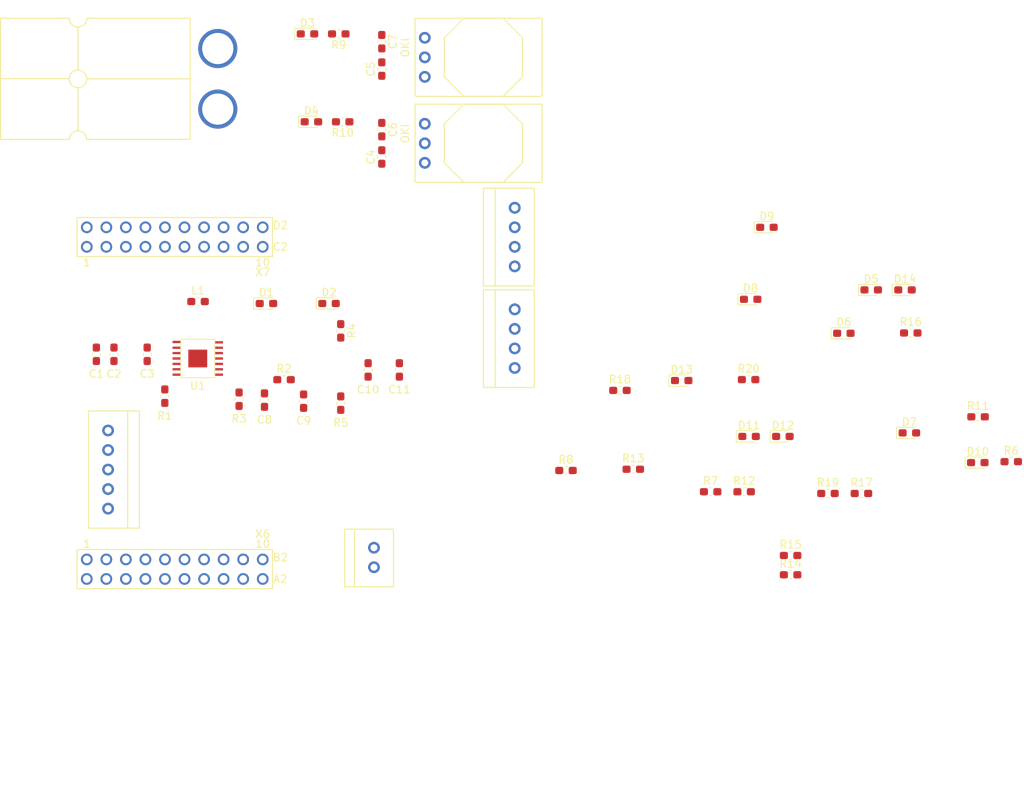
<source format=kicad_pcb>
(kicad_pcb (version 20171130) (host pcbnew "(5.1.4)-1")

  (general
    (thickness 1.6)
    (drawings 0)
    (tracks 0)
    (zones 0)
    (modules 55)
    (nets 81)
  )

  (page A4)
  (layers
    (0 F.Cu signal)
    (31 B.Cu signal)
    (32 B.Adhes user)
    (33 F.Adhes user)
    (34 B.Paste user)
    (35 F.Paste user)
    (36 B.SilkS user)
    (37 F.SilkS user)
    (38 B.Mask user)
    (39 F.Mask user)
    (40 Dwgs.User user)
    (41 Cmts.User user)
    (42 Eco1.User user)
    (43 Eco2.User user)
    (44 Edge.Cuts user)
    (45 Margin user)
    (46 B.CrtYd user)
    (47 F.CrtYd user)
    (48 B.Fab user)
    (49 F.Fab user)
  )

  (setup
    (last_trace_width 0.25)
    (trace_clearance 0.2)
    (zone_clearance 0.508)
    (zone_45_only no)
    (trace_min 0.2)
    (via_size 0.8)
    (via_drill 0.4)
    (via_min_size 0.4)
    (via_min_drill 0.3)
    (uvia_size 0.3)
    (uvia_drill 0.1)
    (uvias_allowed no)
    (uvia_min_size 0.2)
    (uvia_min_drill 0.1)
    (edge_width 0.05)
    (segment_width 0.2)
    (pcb_text_width 0.3)
    (pcb_text_size 1.5 1.5)
    (mod_edge_width 0.12)
    (mod_text_size 1 1)
    (mod_text_width 0.15)
    (pad_size 1.524 1.524)
    (pad_drill 0.762)
    (pad_to_mask_clearance 0.051)
    (solder_mask_min_width 0.25)
    (aux_axis_origin 0 0)
    (visible_elements FFFFF77F)
    (pcbplotparams
      (layerselection 0x010fc_ffffffff)
      (usegerberextensions false)
      (usegerberattributes false)
      (usegerberadvancedattributes false)
      (creategerberjobfile false)
      (excludeedgelayer true)
      (linewidth 0.100000)
      (plotframeref false)
      (viasonmask false)
      (mode 1)
      (useauxorigin false)
      (hpglpennumber 1)
      (hpglpenspeed 20)
      (hpglpendiameter 15.000000)
      (psnegative false)
      (psa4output false)
      (plotreference true)
      (plotvalue true)
      (plotinvisibletext false)
      (padsonsilk false)
      (subtractmaskfromsilk false)
      (outputformat 1)
      (mirror false)
      (drillshape 1)
      (scaleselection 1)
      (outputdirectory ""))
  )

  (net 0 "")
  (net 1 +12V)
  (net 2 GND)
  (net 3 "Net-(C3-Pad1)")
  (net 4 +5V)
  (net 5 +3V3)
  (net 6 "Net-(C8-Pad1)")
  (net 7 "Net-(C9-Pad1)")
  (net 8 +24V)
  (net 9 "Net-(Conn1-Pad3)")
  (net 10 Temp_Humid_Data)
  (net 11 "Net-(Conn3-Pad3)")
  (net 12 Methane_Data)
  (net 13 CCD_INT2)
  (net 14 CCD_INT1)
  (net 15 CCD_OS)
  (net 16 "Net-(D1-Pad2)")
  (net 17 "Net-(D2-Pad2)")
  (net 18 "Net-(D2-Pad1)")
  (net 19 "Net-(D3-Pad2)")
  (net 20 "Net-(D3-Pad1)")
  (net 21 "Net-(D4-Pad1)")
  (net 22 "Net-(D4-Pad2)")
  (net 23 "Net-(D5-Pad1)")
  (net 24 "Net-(D5-Pad2)")
  (net 25 "Net-(D6-Pad1)")
  (net 26 "Net-(D6-Pad2)")
  (net 27 "Net-(D7-Pad1)")
  (net 28 "Net-(D7-Pad2)")
  (net 29 "Net-(D8-Pad2)")
  (net 30 "Net-(D8-Pad1)")
  (net 31 "Net-(D9-Pad1)")
  (net 32 "Net-(D9-Pad2)")
  (net 33 "Net-(D10-Pad1)")
  (net 34 "Net-(D10-Pad2)")
  (net 35 "Net-(D11-Pad2)")
  (net 36 "Net-(D11-Pad1)")
  (net 37 "Net-(D12-Pad2)")
  (net 38 "Net-(D12-Pad1)")
  (net 39 "Net-(D13-Pad2)")
  (net 40 "Net-(D13-Pad1)")
  (net 41 "Net-(D14-Pad2)")
  (net 42 "Net-(D14-Pad1)")
  (net 43 LED_Enable)
  (net 44 "Net-(R3-Pad1)")
  (net 45 "Net-(R4-Pad2)")
  (net 46 SW_Flag2)
  (net 47 SW_Flag1)
  (net 48 SW_ERROR)
  (net 49 "Net-(U4-PadPM6)")
  (net 50 "Net-(U4-PadPQ1)")
  (net 51 "Net-(U4-PadPQ2)")
  (net 52 "Net-(U4-PadPK0)")
  (net 53 "Net-(U4-PadPQ3)")
  (net 54 "Net-(U4-PadPP3)")
  (net 55 "Net-(U4-PadPQ0)")
  (net 56 "Net-(U4-PadPA4)")
  (net 57 "Net-(U4-PadRese)")
  (net 58 "Net-(U4-PadPA7)")
  (net 59 "Net-(U4-PadPK2)")
  (net 60 "Net-(U4-PadPK1)")
  (net 61 "Net-(U4-Pad+5V)")
  (net 62 "Net-(U4-PadPB4)")
  (net 63 "Net-(U4-PadPB5)")
  (net 64 "Net-(U4-PadPA5)")
  (net 65 "Net-(U4-PadPD2)")
  (net 66 "Net-(U4-PadPP0)")
  (net 67 "Net-(U4-PadPP1)")
  (net 68 "Net-(U4-PadPD4)")
  (net 69 "Net-(U4-PadPD5)")
  (net 70 "Net-(U4-PadPG1)")
  (net 71 "Net-(U4-PadPK4)")
  (net 72 "Net-(U4-PadPK5)")
  (net 73 "Net-(U4-PadPM0)")
  (net 74 "Net-(U4-PadPM1)")
  (net 75 "Net-(U4-PadPM2)")
  (net 76 "Net-(U4-PadPH0)")
  (net 77 "Net-(U4-PadPH1)")
  (net 78 "Net-(U4-PadPK6)")
  (net 79 "Net-(U4-PadPK7)")
  (net 80 "Net-(U4-PadPM7)")

  (net_class Default "This is the default net class."
    (clearance 0.2)
    (trace_width 0.25)
    (via_dia 0.8)
    (via_drill 0.4)
    (uvia_dia 0.3)
    (uvia_drill 0.1)
    (add_net +12V)
    (add_net +24V)
    (add_net +3V3)
    (add_net +5V)
    (add_net CCD_INT1)
    (add_net CCD_INT2)
    (add_net CCD_OS)
    (add_net GND)
    (add_net LED_Enable)
    (add_net Methane_Data)
    (add_net "Net-(C3-Pad1)")
    (add_net "Net-(C8-Pad1)")
    (add_net "Net-(C9-Pad1)")
    (add_net "Net-(Conn1-Pad3)")
    (add_net "Net-(Conn3-Pad3)")
    (add_net "Net-(D1-Pad2)")
    (add_net "Net-(D10-Pad1)")
    (add_net "Net-(D10-Pad2)")
    (add_net "Net-(D11-Pad1)")
    (add_net "Net-(D11-Pad2)")
    (add_net "Net-(D12-Pad1)")
    (add_net "Net-(D12-Pad2)")
    (add_net "Net-(D13-Pad1)")
    (add_net "Net-(D13-Pad2)")
    (add_net "Net-(D14-Pad1)")
    (add_net "Net-(D14-Pad2)")
    (add_net "Net-(D2-Pad1)")
    (add_net "Net-(D2-Pad2)")
    (add_net "Net-(D3-Pad1)")
    (add_net "Net-(D3-Pad2)")
    (add_net "Net-(D4-Pad1)")
    (add_net "Net-(D4-Pad2)")
    (add_net "Net-(D5-Pad1)")
    (add_net "Net-(D5-Pad2)")
    (add_net "Net-(D6-Pad1)")
    (add_net "Net-(D6-Pad2)")
    (add_net "Net-(D7-Pad1)")
    (add_net "Net-(D7-Pad2)")
    (add_net "Net-(D8-Pad1)")
    (add_net "Net-(D8-Pad2)")
    (add_net "Net-(D9-Pad1)")
    (add_net "Net-(D9-Pad2)")
    (add_net "Net-(R3-Pad1)")
    (add_net "Net-(R4-Pad2)")
    (add_net "Net-(U4-Pad+5V)")
    (add_net "Net-(U4-PadPA4)")
    (add_net "Net-(U4-PadPA5)")
    (add_net "Net-(U4-PadPA7)")
    (add_net "Net-(U4-PadPB4)")
    (add_net "Net-(U4-PadPB5)")
    (add_net "Net-(U4-PadPD2)")
    (add_net "Net-(U4-PadPD4)")
    (add_net "Net-(U4-PadPD5)")
    (add_net "Net-(U4-PadPG1)")
    (add_net "Net-(U4-PadPH0)")
    (add_net "Net-(U4-PadPH1)")
    (add_net "Net-(U4-PadPK0)")
    (add_net "Net-(U4-PadPK1)")
    (add_net "Net-(U4-PadPK2)")
    (add_net "Net-(U4-PadPK4)")
    (add_net "Net-(U4-PadPK5)")
    (add_net "Net-(U4-PadPK6)")
    (add_net "Net-(U4-PadPK7)")
    (add_net "Net-(U4-PadPM0)")
    (add_net "Net-(U4-PadPM1)")
    (add_net "Net-(U4-PadPM2)")
    (add_net "Net-(U4-PadPM6)")
    (add_net "Net-(U4-PadPM7)")
    (add_net "Net-(U4-PadPP0)")
    (add_net "Net-(U4-PadPP1)")
    (add_net "Net-(U4-PadPP3)")
    (add_net "Net-(U4-PadPQ0)")
    (add_net "Net-(U4-PadPQ1)")
    (add_net "Net-(U4-PadPQ2)")
    (add_net "Net-(U4-PadPQ3)")
    (add_net "Net-(U4-PadRese)")
    (add_net SW_ERROR)
    (add_net SW_Flag1)
    (add_net SW_Flag2)
    (add_net Temp_Humid_Data)
  )

  (module Capacitor_SMD:C_0603_1608Metric_Pad1.05x0.95mm_HandSolder (layer F.Cu) (tedit 5B301BBE) (tstamp 5D9FAEB5)
    (at 107.95 94.488 270)
    (descr "Capacitor SMD 0603 (1608 Metric), square (rectangular) end terminal, IPC_7351 nominal with elongated pad for handsoldering. (Body size source: http://www.tortai-tech.com/upload/download/2011102023233369053.pdf), generated with kicad-footprint-generator")
    (tags "capacitor handsolder")
    (path /5DAAB9CA)
    (attr smd)
    (fp_text reference C1 (at 2.54 0 180) (layer F.SilkS)
      (effects (font (size 1 1) (thickness 0.15)))
    )
    (fp_text value 10uF (at 0 1.43 90) (layer F.Fab)
      (effects (font (size 1 1) (thickness 0.15)))
    )
    (fp_line (start -0.8 0.4) (end -0.8 -0.4) (layer F.Fab) (width 0.1))
    (fp_line (start -0.8 -0.4) (end 0.8 -0.4) (layer F.Fab) (width 0.1))
    (fp_line (start 0.8 -0.4) (end 0.8 0.4) (layer F.Fab) (width 0.1))
    (fp_line (start 0.8 0.4) (end -0.8 0.4) (layer F.Fab) (width 0.1))
    (fp_line (start -0.171267 -0.51) (end 0.171267 -0.51) (layer F.SilkS) (width 0.12))
    (fp_line (start -0.171267 0.51) (end 0.171267 0.51) (layer F.SilkS) (width 0.12))
    (fp_line (start -1.65 0.73) (end -1.65 -0.73) (layer F.CrtYd) (width 0.05))
    (fp_line (start -1.65 -0.73) (end 1.65 -0.73) (layer F.CrtYd) (width 0.05))
    (fp_line (start 1.65 -0.73) (end 1.65 0.73) (layer F.CrtYd) (width 0.05))
    (fp_line (start 1.65 0.73) (end -1.65 0.73) (layer F.CrtYd) (width 0.05))
    (fp_text user %R (at 0 0 90) (layer F.Fab)
      (effects (font (size 0.4 0.4) (thickness 0.06)))
    )
    (pad 1 smd roundrect (at -0.875 0 270) (size 1.05 0.95) (layers F.Cu F.Paste F.Mask) (roundrect_rratio 0.25)
      (net 1 +12V))
    (pad 2 smd roundrect (at 0.875 0 270) (size 1.05 0.95) (layers F.Cu F.Paste F.Mask) (roundrect_rratio 0.25)
      (net 2 GND))
    (model ${KISYS3DMOD}/Capacitor_SMD.3dshapes/C_0603_1608Metric.wrl
      (at (xyz 0 0 0))
      (scale (xyz 1 1 1))
      (rotate (xyz 0 0 0))
    )
  )

  (module Capacitor_SMD:C_0603_1608Metric_Pad1.05x0.95mm_HandSolder (layer F.Cu) (tedit 5B301BBE) (tstamp 5D9FAEC6)
    (at 110.236 94.488 90)
    (descr "Capacitor SMD 0603 (1608 Metric), square (rectangular) end terminal, IPC_7351 nominal with elongated pad for handsoldering. (Body size source: http://www.tortai-tech.com/upload/download/2011102023233369053.pdf), generated with kicad-footprint-generator")
    (tags "capacitor handsolder")
    (path /5DAAB530)
    (attr smd)
    (fp_text reference C2 (at -2.54 0 180) (layer F.SilkS)
      (effects (font (size 1 1) (thickness 0.15)))
    )
    (fp_text value 100nF (at 0 1.43 90) (layer F.Fab)
      (effects (font (size 1 1) (thickness 0.15)))
    )
    (fp_text user %R (at 0 0 90) (layer F.Fab)
      (effects (font (size 0.4 0.4) (thickness 0.06)))
    )
    (fp_line (start 1.65 0.73) (end -1.65 0.73) (layer F.CrtYd) (width 0.05))
    (fp_line (start 1.65 -0.73) (end 1.65 0.73) (layer F.CrtYd) (width 0.05))
    (fp_line (start -1.65 -0.73) (end 1.65 -0.73) (layer F.CrtYd) (width 0.05))
    (fp_line (start -1.65 0.73) (end -1.65 -0.73) (layer F.CrtYd) (width 0.05))
    (fp_line (start -0.171267 0.51) (end 0.171267 0.51) (layer F.SilkS) (width 0.12))
    (fp_line (start -0.171267 -0.51) (end 0.171267 -0.51) (layer F.SilkS) (width 0.12))
    (fp_line (start 0.8 0.4) (end -0.8 0.4) (layer F.Fab) (width 0.1))
    (fp_line (start 0.8 -0.4) (end 0.8 0.4) (layer F.Fab) (width 0.1))
    (fp_line (start -0.8 -0.4) (end 0.8 -0.4) (layer F.Fab) (width 0.1))
    (fp_line (start -0.8 0.4) (end -0.8 -0.4) (layer F.Fab) (width 0.1))
    (pad 2 smd roundrect (at 0.875 0 90) (size 1.05 0.95) (layers F.Cu F.Paste F.Mask) (roundrect_rratio 0.25)
      (net 2 GND))
    (pad 1 smd roundrect (at -0.875 0 90) (size 1.05 0.95) (layers F.Cu F.Paste F.Mask) (roundrect_rratio 0.25)
      (net 1 +12V))
    (model ${KISYS3DMOD}/Capacitor_SMD.3dshapes/C_0603_1608Metric.wrl
      (at (xyz 0 0 0))
      (scale (xyz 1 1 1))
      (rotate (xyz 0 0 0))
    )
  )

  (module Capacitor_SMD:C_0603_1608Metric_Pad1.05x0.95mm_HandSolder (layer F.Cu) (tedit 5B301BBE) (tstamp 5D9FAED7)
    (at 114.554 94.488 270)
    (descr "Capacitor SMD 0603 (1608 Metric), square (rectangular) end terminal, IPC_7351 nominal with elongated pad for handsoldering. (Body size source: http://www.tortai-tech.com/upload/download/2011102023233369053.pdf), generated with kicad-footprint-generator")
    (tags "capacitor handsolder")
    (path /5DA7B827)
    (attr smd)
    (fp_text reference C3 (at 2.54 0 180) (layer F.SilkS)
      (effects (font (size 1 1) (thickness 0.15)))
    )
    (fp_text value 33nF (at 0 1.43 90) (layer F.Fab)
      (effects (font (size 1 1) (thickness 0.15)))
    )
    (fp_text user %R (at 0 0 90) (layer F.Fab)
      (effects (font (size 0.4 0.4) (thickness 0.06)))
    )
    (fp_line (start 1.65 0.73) (end -1.65 0.73) (layer F.CrtYd) (width 0.05))
    (fp_line (start 1.65 -0.73) (end 1.65 0.73) (layer F.CrtYd) (width 0.05))
    (fp_line (start -1.65 -0.73) (end 1.65 -0.73) (layer F.CrtYd) (width 0.05))
    (fp_line (start -1.65 0.73) (end -1.65 -0.73) (layer F.CrtYd) (width 0.05))
    (fp_line (start -0.171267 0.51) (end 0.171267 0.51) (layer F.SilkS) (width 0.12))
    (fp_line (start -0.171267 -0.51) (end 0.171267 -0.51) (layer F.SilkS) (width 0.12))
    (fp_line (start 0.8 0.4) (end -0.8 0.4) (layer F.Fab) (width 0.1))
    (fp_line (start 0.8 -0.4) (end 0.8 0.4) (layer F.Fab) (width 0.1))
    (fp_line (start -0.8 -0.4) (end 0.8 -0.4) (layer F.Fab) (width 0.1))
    (fp_line (start -0.8 0.4) (end -0.8 -0.4) (layer F.Fab) (width 0.1))
    (pad 2 smd roundrect (at 0.875 0 270) (size 1.05 0.95) (layers F.Cu F.Paste F.Mask) (roundrect_rratio 0.25)
      (net 2 GND))
    (pad 1 smd roundrect (at -0.875 0 270) (size 1.05 0.95) (layers F.Cu F.Paste F.Mask) (roundrect_rratio 0.25)
      (net 3 "Net-(C3-Pad1)"))
    (model ${KISYS3DMOD}/Capacitor_SMD.3dshapes/C_0603_1608Metric.wrl
      (at (xyz 0 0 0))
      (scale (xyz 1 1 1))
      (rotate (xyz 0 0 0))
    )
  )

  (module Capacitor_SMD:C_0603_1608Metric_Pad1.05x0.95mm_HandSolder (layer F.Cu) (tedit 5B301BBE) (tstamp 5D9FAEE8)
    (at 145.034 68.834 90)
    (descr "Capacitor SMD 0603 (1608 Metric), square (rectangular) end terminal, IPC_7351 nominal with elongated pad for handsoldering. (Body size source: http://www.tortai-tech.com/upload/download/2011102023233369053.pdf), generated with kicad-footprint-generator")
    (tags "capacitor handsolder")
    (path /5D998DA9)
    (attr smd)
    (fp_text reference C4 (at 0 -1.43 90) (layer F.SilkS)
      (effects (font (size 1 1) (thickness 0.15)))
    )
    (fp_text value 10uF (at 0 1.43 90) (layer F.Fab)
      (effects (font (size 1 1) (thickness 0.15)))
    )
    (fp_text user %R (at 0 0 90) (layer F.Fab)
      (effects (font (size 0.4 0.4) (thickness 0.06)))
    )
    (fp_line (start 1.65 0.73) (end -1.65 0.73) (layer F.CrtYd) (width 0.05))
    (fp_line (start 1.65 -0.73) (end 1.65 0.73) (layer F.CrtYd) (width 0.05))
    (fp_line (start -1.65 -0.73) (end 1.65 -0.73) (layer F.CrtYd) (width 0.05))
    (fp_line (start -1.65 0.73) (end -1.65 -0.73) (layer F.CrtYd) (width 0.05))
    (fp_line (start -0.171267 0.51) (end 0.171267 0.51) (layer F.SilkS) (width 0.12))
    (fp_line (start -0.171267 -0.51) (end 0.171267 -0.51) (layer F.SilkS) (width 0.12))
    (fp_line (start 0.8 0.4) (end -0.8 0.4) (layer F.Fab) (width 0.1))
    (fp_line (start 0.8 -0.4) (end 0.8 0.4) (layer F.Fab) (width 0.1))
    (fp_line (start -0.8 -0.4) (end 0.8 -0.4) (layer F.Fab) (width 0.1))
    (fp_line (start -0.8 0.4) (end -0.8 -0.4) (layer F.Fab) (width 0.1))
    (pad 2 smd roundrect (at 0.875 0 90) (size 1.05 0.95) (layers F.Cu F.Paste F.Mask) (roundrect_rratio 0.25)
      (net 2 GND))
    (pad 1 smd roundrect (at -0.875 0 90) (size 1.05 0.95) (layers F.Cu F.Paste F.Mask) (roundrect_rratio 0.25)
      (net 1 +12V))
    (model ${KISYS3DMOD}/Capacitor_SMD.3dshapes/C_0603_1608Metric.wrl
      (at (xyz 0 0 0))
      (scale (xyz 1 1 1))
      (rotate (xyz 0 0 0))
    )
  )

  (module Capacitor_SMD:C_0603_1608Metric_Pad1.05x0.95mm_HandSolder (layer F.Cu) (tedit 5B301BBE) (tstamp 5D9FAEF9)
    (at 145.034 57.404 90)
    (descr "Capacitor SMD 0603 (1608 Metric), square (rectangular) end terminal, IPC_7351 nominal with elongated pad for handsoldering. (Body size source: http://www.tortai-tech.com/upload/download/2011102023233369053.pdf), generated with kicad-footprint-generator")
    (tags "capacitor handsolder")
    (path /5D99AB10)
    (attr smd)
    (fp_text reference C5 (at 0 -1.43 90) (layer F.SilkS)
      (effects (font (size 1 1) (thickness 0.15)))
    )
    (fp_text value 10uF (at 0 1.43 90) (layer F.Fab)
      (effects (font (size 1 1) (thickness 0.15)))
    )
    (fp_line (start -0.8 0.4) (end -0.8 -0.4) (layer F.Fab) (width 0.1))
    (fp_line (start -0.8 -0.4) (end 0.8 -0.4) (layer F.Fab) (width 0.1))
    (fp_line (start 0.8 -0.4) (end 0.8 0.4) (layer F.Fab) (width 0.1))
    (fp_line (start 0.8 0.4) (end -0.8 0.4) (layer F.Fab) (width 0.1))
    (fp_line (start -0.171267 -0.51) (end 0.171267 -0.51) (layer F.SilkS) (width 0.12))
    (fp_line (start -0.171267 0.51) (end 0.171267 0.51) (layer F.SilkS) (width 0.12))
    (fp_line (start -1.65 0.73) (end -1.65 -0.73) (layer F.CrtYd) (width 0.05))
    (fp_line (start -1.65 -0.73) (end 1.65 -0.73) (layer F.CrtYd) (width 0.05))
    (fp_line (start 1.65 -0.73) (end 1.65 0.73) (layer F.CrtYd) (width 0.05))
    (fp_line (start 1.65 0.73) (end -1.65 0.73) (layer F.CrtYd) (width 0.05))
    (fp_text user %R (at 0 0 90) (layer F.Fab)
      (effects (font (size 0.4 0.4) (thickness 0.06)))
    )
    (pad 1 smd roundrect (at -0.875 0 90) (size 1.05 0.95) (layers F.Cu F.Paste F.Mask) (roundrect_rratio 0.25)
      (net 1 +12V))
    (pad 2 smd roundrect (at 0.875 0 90) (size 1.05 0.95) (layers F.Cu F.Paste F.Mask) (roundrect_rratio 0.25)
      (net 2 GND))
    (model ${KISYS3DMOD}/Capacitor_SMD.3dshapes/C_0603_1608Metric.wrl
      (at (xyz 0 0 0))
      (scale (xyz 1 1 1))
      (rotate (xyz 0 0 0))
    )
  )

  (module Capacitor_SMD:C_0603_1608Metric_Pad1.05x0.95mm_HandSolder (layer F.Cu) (tedit 5B301BBE) (tstamp 5D9FAF0A)
    (at 145.034 65.278 270)
    (descr "Capacitor SMD 0603 (1608 Metric), square (rectangular) end terminal, IPC_7351 nominal with elongated pad for handsoldering. (Body size source: http://www.tortai-tech.com/upload/download/2011102023233369053.pdf), generated with kicad-footprint-generator")
    (tags "capacitor handsolder")
    (path /5D99A799)
    (attr smd)
    (fp_text reference C6 (at 0 -1.43 90) (layer F.SilkS)
      (effects (font (size 1 1) (thickness 0.15)))
    )
    (fp_text value 10uF (at 0 1.43 90) (layer F.Fab)
      (effects (font (size 1 1) (thickness 0.15)))
    )
    (fp_text user %R (at 0 0 90) (layer F.Fab)
      (effects (font (size 0.4 0.4) (thickness 0.06)))
    )
    (fp_line (start 1.65 0.73) (end -1.65 0.73) (layer F.CrtYd) (width 0.05))
    (fp_line (start 1.65 -0.73) (end 1.65 0.73) (layer F.CrtYd) (width 0.05))
    (fp_line (start -1.65 -0.73) (end 1.65 -0.73) (layer F.CrtYd) (width 0.05))
    (fp_line (start -1.65 0.73) (end -1.65 -0.73) (layer F.CrtYd) (width 0.05))
    (fp_line (start -0.171267 0.51) (end 0.171267 0.51) (layer F.SilkS) (width 0.12))
    (fp_line (start -0.171267 -0.51) (end 0.171267 -0.51) (layer F.SilkS) (width 0.12))
    (fp_line (start 0.8 0.4) (end -0.8 0.4) (layer F.Fab) (width 0.1))
    (fp_line (start 0.8 -0.4) (end 0.8 0.4) (layer F.Fab) (width 0.1))
    (fp_line (start -0.8 -0.4) (end 0.8 -0.4) (layer F.Fab) (width 0.1))
    (fp_line (start -0.8 0.4) (end -0.8 -0.4) (layer F.Fab) (width 0.1))
    (pad 2 smd roundrect (at 0.875 0 270) (size 1.05 0.95) (layers F.Cu F.Paste F.Mask) (roundrect_rratio 0.25)
      (net 2 GND))
    (pad 1 smd roundrect (at -0.875 0 270) (size 1.05 0.95) (layers F.Cu F.Paste F.Mask) (roundrect_rratio 0.25)
      (net 4 +5V))
    (model ${KISYS3DMOD}/Capacitor_SMD.3dshapes/C_0603_1608Metric.wrl
      (at (xyz 0 0 0))
      (scale (xyz 1 1 1))
      (rotate (xyz 0 0 0))
    )
  )

  (module Capacitor_SMD:C_0603_1608Metric_Pad1.05x0.95mm_HandSolder (layer F.Cu) (tedit 5B301BBE) (tstamp 5D9FAF1B)
    (at 145.034 53.848 270)
    (descr "Capacitor SMD 0603 (1608 Metric), square (rectangular) end terminal, IPC_7351 nominal with elongated pad for handsoldering. (Body size source: http://www.tortai-tech.com/upload/download/2011102023233369053.pdf), generated with kicad-footprint-generator")
    (tags "capacitor handsolder")
    (path /5D99AFE7)
    (attr smd)
    (fp_text reference C7 (at 0 -1.43 90) (layer F.SilkS)
      (effects (font (size 1 1) (thickness 0.15)))
    )
    (fp_text value 10uF (at 0 1.43 90) (layer F.Fab)
      (effects (font (size 1 1) (thickness 0.15)))
    )
    (fp_line (start -0.8 0.4) (end -0.8 -0.4) (layer F.Fab) (width 0.1))
    (fp_line (start -0.8 -0.4) (end 0.8 -0.4) (layer F.Fab) (width 0.1))
    (fp_line (start 0.8 -0.4) (end 0.8 0.4) (layer F.Fab) (width 0.1))
    (fp_line (start 0.8 0.4) (end -0.8 0.4) (layer F.Fab) (width 0.1))
    (fp_line (start -0.171267 -0.51) (end 0.171267 -0.51) (layer F.SilkS) (width 0.12))
    (fp_line (start -0.171267 0.51) (end 0.171267 0.51) (layer F.SilkS) (width 0.12))
    (fp_line (start -1.65 0.73) (end -1.65 -0.73) (layer F.CrtYd) (width 0.05))
    (fp_line (start -1.65 -0.73) (end 1.65 -0.73) (layer F.CrtYd) (width 0.05))
    (fp_line (start 1.65 -0.73) (end 1.65 0.73) (layer F.CrtYd) (width 0.05))
    (fp_line (start 1.65 0.73) (end -1.65 0.73) (layer F.CrtYd) (width 0.05))
    (fp_text user %R (at 0 0 90) (layer F.Fab)
      (effects (font (size 0.4 0.4) (thickness 0.06)))
    )
    (pad 1 smd roundrect (at -0.875 0 270) (size 1.05 0.95) (layers F.Cu F.Paste F.Mask) (roundrect_rratio 0.25)
      (net 5 +3V3))
    (pad 2 smd roundrect (at 0.875 0 270) (size 1.05 0.95) (layers F.Cu F.Paste F.Mask) (roundrect_rratio 0.25)
      (net 2 GND))
    (model ${KISYS3DMOD}/Capacitor_SMD.3dshapes/C_0603_1608Metric.wrl
      (at (xyz 0 0 0))
      (scale (xyz 1 1 1))
      (rotate (xyz 0 0 0))
    )
  )

  (module Capacitor_SMD:C_0603_1608Metric_Pad1.05x0.95mm_HandSolder (layer F.Cu) (tedit 5B301BBE) (tstamp 5D9FAF2C)
    (at 129.794 100.443 270)
    (descr "Capacitor SMD 0603 (1608 Metric), square (rectangular) end terminal, IPC_7351 nominal with elongated pad for handsoldering. (Body size source: http://www.tortai-tech.com/upload/download/2011102023233369053.pdf), generated with kicad-footprint-generator")
    (tags "capacitor handsolder")
    (path /5DA7F9C4)
    (attr smd)
    (fp_text reference C8 (at 2.54 0 180) (layer F.SilkS)
      (effects (font (size 1 1) (thickness 0.15)))
    )
    (fp_text value 150nF (at 0 1.43 90) (layer F.Fab)
      (effects (font (size 1 1) (thickness 0.15)))
    )
    (fp_line (start -0.8 0.4) (end -0.8 -0.4) (layer F.Fab) (width 0.1))
    (fp_line (start -0.8 -0.4) (end 0.8 -0.4) (layer F.Fab) (width 0.1))
    (fp_line (start 0.8 -0.4) (end 0.8 0.4) (layer F.Fab) (width 0.1))
    (fp_line (start 0.8 0.4) (end -0.8 0.4) (layer F.Fab) (width 0.1))
    (fp_line (start -0.171267 -0.51) (end 0.171267 -0.51) (layer F.SilkS) (width 0.12))
    (fp_line (start -0.171267 0.51) (end 0.171267 0.51) (layer F.SilkS) (width 0.12))
    (fp_line (start -1.65 0.73) (end -1.65 -0.73) (layer F.CrtYd) (width 0.05))
    (fp_line (start -1.65 -0.73) (end 1.65 -0.73) (layer F.CrtYd) (width 0.05))
    (fp_line (start 1.65 -0.73) (end 1.65 0.73) (layer F.CrtYd) (width 0.05))
    (fp_line (start 1.65 0.73) (end -1.65 0.73) (layer F.CrtYd) (width 0.05))
    (fp_text user %R (at 0 0 90) (layer F.Fab)
      (effects (font (size 0.4 0.4) (thickness 0.06)))
    )
    (pad 1 smd roundrect (at -0.875 0 270) (size 1.05 0.95) (layers F.Cu F.Paste F.Mask) (roundrect_rratio 0.25)
      (net 6 "Net-(C8-Pad1)"))
    (pad 2 smd roundrect (at 0.875 0 270) (size 1.05 0.95) (layers F.Cu F.Paste F.Mask) (roundrect_rratio 0.25)
      (net 2 GND))
    (model ${KISYS3DMOD}/Capacitor_SMD.3dshapes/C_0603_1608Metric.wrl
      (at (xyz 0 0 0))
      (scale (xyz 1 1 1))
      (rotate (xyz 0 0 0))
    )
  )

  (module Capacitor_SMD:C_0603_1608Metric_Pad1.05x0.95mm_HandSolder (layer F.Cu) (tedit 5B301BBE) (tstamp 5D9FAF3D)
    (at 134.874 100.584 270)
    (descr "Capacitor SMD 0603 (1608 Metric), square (rectangular) end terminal, IPC_7351 nominal with elongated pad for handsoldering. (Body size source: http://www.tortai-tech.com/upload/download/2011102023233369053.pdf), generated with kicad-footprint-generator")
    (tags "capacitor handsolder")
    (path /5D9E0E43)
    (attr smd)
    (fp_text reference C9 (at 2.54 0 180) (layer F.SilkS)
      (effects (font (size 1 1) (thickness 0.15)))
    )
    (fp_text value 2.7nF (at 0 -1.524 90) (layer F.Fab)
      (effects (font (size 1 1) (thickness 0.15)))
    )
    (fp_line (start -0.8 0.4) (end -0.8 -0.4) (layer F.Fab) (width 0.1))
    (fp_line (start -0.8 -0.4) (end 0.8 -0.4) (layer F.Fab) (width 0.1))
    (fp_line (start 0.8 -0.4) (end 0.8 0.4) (layer F.Fab) (width 0.1))
    (fp_line (start 0.8 0.4) (end -0.8 0.4) (layer F.Fab) (width 0.1))
    (fp_line (start -0.171267 -0.51) (end 0.171267 -0.51) (layer F.SilkS) (width 0.12))
    (fp_line (start -0.171267 0.51) (end 0.171267 0.51) (layer F.SilkS) (width 0.12))
    (fp_line (start -1.65 0.73) (end -1.65 -0.73) (layer F.CrtYd) (width 0.05))
    (fp_line (start -1.65 -0.73) (end 1.65 -0.73) (layer F.CrtYd) (width 0.05))
    (fp_line (start 1.65 -0.73) (end 1.65 0.73) (layer F.CrtYd) (width 0.05))
    (fp_line (start 1.65 0.73) (end -1.65 0.73) (layer F.CrtYd) (width 0.05))
    (fp_text user %R (at 0 0 90) (layer F.Fab)
      (effects (font (size 0.4 0.4) (thickness 0.06)))
    )
    (pad 1 smd roundrect (at -0.875 0 270) (size 1.05 0.95) (layers F.Cu F.Paste F.Mask) (roundrect_rratio 0.25)
      (net 7 "Net-(C9-Pad1)"))
    (pad 2 smd roundrect (at 0.875 0 270) (size 1.05 0.95) (layers F.Cu F.Paste F.Mask) (roundrect_rratio 0.25)
      (net 2 GND))
    (model ${KISYS3DMOD}/Capacitor_SMD.3dshapes/C_0603_1608Metric.wrl
      (at (xyz 0 0 0))
      (scale (xyz 1 1 1))
      (rotate (xyz 0 0 0))
    )
  )

  (module Capacitor_SMD:C_0603_1608Metric_Pad1.05x0.95mm_HandSolder (layer F.Cu) (tedit 5B301BBE) (tstamp 5D9FAF4E)
    (at 143.256 96.52 270)
    (descr "Capacitor SMD 0603 (1608 Metric), square (rectangular) end terminal, IPC_7351 nominal with elongated pad for handsoldering. (Body size source: http://www.tortai-tech.com/upload/download/2011102023233369053.pdf), generated with kicad-footprint-generator")
    (tags "capacitor handsolder")
    (path /5DAC4859)
    (attr smd)
    (fp_text reference C10 (at 2.54 0 180) (layer F.SilkS)
      (effects (font (size 1 1) (thickness 0.15)))
    )
    (fp_text value 10uF (at 0 1.43 90) (layer F.Fab)
      (effects (font (size 1 1) (thickness 0.15)))
    )
    (fp_line (start -0.8 0.4) (end -0.8 -0.4) (layer F.Fab) (width 0.1))
    (fp_line (start -0.8 -0.4) (end 0.8 -0.4) (layer F.Fab) (width 0.1))
    (fp_line (start 0.8 -0.4) (end 0.8 0.4) (layer F.Fab) (width 0.1))
    (fp_line (start 0.8 0.4) (end -0.8 0.4) (layer F.Fab) (width 0.1))
    (fp_line (start -0.171267 -0.51) (end 0.171267 -0.51) (layer F.SilkS) (width 0.12))
    (fp_line (start -0.171267 0.51) (end 0.171267 0.51) (layer F.SilkS) (width 0.12))
    (fp_line (start -1.65 0.73) (end -1.65 -0.73) (layer F.CrtYd) (width 0.05))
    (fp_line (start -1.65 -0.73) (end 1.65 -0.73) (layer F.CrtYd) (width 0.05))
    (fp_line (start 1.65 -0.73) (end 1.65 0.73) (layer F.CrtYd) (width 0.05))
    (fp_line (start 1.65 0.73) (end -1.65 0.73) (layer F.CrtYd) (width 0.05))
    (fp_text user %R (at 0 0 90) (layer F.Fab)
      (effects (font (size 0.4 0.4) (thickness 0.06)))
    )
    (pad 1 smd roundrect (at -0.875 0 270) (size 1.05 0.95) (layers F.Cu F.Paste F.Mask) (roundrect_rratio 0.25)
      (net 8 +24V))
    (pad 2 smd roundrect (at 0.875 0 270) (size 1.05 0.95) (layers F.Cu F.Paste F.Mask) (roundrect_rratio 0.25)
      (net 2 GND))
    (model ${KISYS3DMOD}/Capacitor_SMD.3dshapes/C_0603_1608Metric.wrl
      (at (xyz 0 0 0))
      (scale (xyz 1 1 1))
      (rotate (xyz 0 0 0))
    )
  )

  (module Capacitor_SMD:C_0603_1608Metric_Pad1.05x0.95mm_HandSolder (layer F.Cu) (tedit 5B301BBE) (tstamp 5D9FAF5F)
    (at 147.32 96.52 270)
    (descr "Capacitor SMD 0603 (1608 Metric), square (rectangular) end terminal, IPC_7351 nominal with elongated pad for handsoldering. (Body size source: http://www.tortai-tech.com/upload/download/2011102023233369053.pdf), generated with kicad-footprint-generator")
    (tags "capacitor handsolder")
    (path /5DAC3236)
    (attr smd)
    (fp_text reference C11 (at 2.54 0 180) (layer F.SilkS)
      (effects (font (size 1 1) (thickness 0.15)))
    )
    (fp_text value 1uF (at 0 1.43 90) (layer F.Fab)
      (effects (font (size 1 1) (thickness 0.15)))
    )
    (fp_text user %R (at 0 0 90) (layer F.Fab)
      (effects (font (size 0.4 0.4) (thickness 0.06)))
    )
    (fp_line (start 1.65 0.73) (end -1.65 0.73) (layer F.CrtYd) (width 0.05))
    (fp_line (start 1.65 -0.73) (end 1.65 0.73) (layer F.CrtYd) (width 0.05))
    (fp_line (start -1.65 -0.73) (end 1.65 -0.73) (layer F.CrtYd) (width 0.05))
    (fp_line (start -1.65 0.73) (end -1.65 -0.73) (layer F.CrtYd) (width 0.05))
    (fp_line (start -0.171267 0.51) (end 0.171267 0.51) (layer F.SilkS) (width 0.12))
    (fp_line (start -0.171267 -0.51) (end 0.171267 -0.51) (layer F.SilkS) (width 0.12))
    (fp_line (start 0.8 0.4) (end -0.8 0.4) (layer F.Fab) (width 0.1))
    (fp_line (start 0.8 -0.4) (end 0.8 0.4) (layer F.Fab) (width 0.1))
    (fp_line (start -0.8 -0.4) (end 0.8 -0.4) (layer F.Fab) (width 0.1))
    (fp_line (start -0.8 0.4) (end -0.8 -0.4) (layer F.Fab) (width 0.1))
    (pad 2 smd roundrect (at 0.875 0 270) (size 1.05 0.95) (layers F.Cu F.Paste F.Mask) (roundrect_rratio 0.25)
      (net 2 GND))
    (pad 1 smd roundrect (at -0.875 0 270) (size 1.05 0.95) (layers F.Cu F.Paste F.Mask) (roundrect_rratio 0.25)
      (net 8 +24V))
    (model ${KISYS3DMOD}/Capacitor_SMD.3dshapes/C_0603_1608Metric.wrl
      (at (xyz 0 0 0))
      (scale (xyz 1 1 1))
      (rotate (xyz 0 0 0))
    )
  )

  (module MRDT_Connectors:MOLEX_SL_04_Vertical (layer F.Cu) (tedit 5C675A88) (tstamp 5D9FAF6F)
    (at 162.306 92.456 90)
    (path /5D9A0F79)
    (fp_text reference Conn1 (at -4.445 3.302 90) (layer F.SilkS) hide
      (effects (font (size 1 1) (thickness 0.15)))
    )
    (fp_text value Temp/Humid (at -0.254 3.302 90) (layer F.Fab)
      (effects (font (size 1 1) (thickness 0.15)))
    )
    (fp_line (start -6.35 2.54) (end -6.35 -2.54) (layer F.SilkS) (width 0.15))
    (fp_line (start 6.35 2.54) (end 6.35 -2.54) (layer F.SilkS) (width 0.15))
    (fp_line (start -6.35 -2.54) (end 6.35 -2.54) (layer F.SilkS) (width 0.15))
    (fp_line (start 6.35 2.54) (end -6.35 2.54) (layer F.SilkS) (width 0.15))
    (fp_line (start -6.35 -4.064) (end -6.35 -2.54) (layer F.SilkS) (width 0.15))
    (fp_line (start 6.35 -2.54) (end 6.35 -4.064) (layer F.SilkS) (width 0.15))
    (fp_line (start 6.35 -4.064) (end -6.35 -4.064) (layer F.SilkS) (width 0.15))
    (pad 4 thru_hole circle (at 3.81 0 90) (size 1.524 1.524) (drill 0.9) (layers *.Cu *.Mask)
      (net 2 GND))
    (pad 4 thru_hole circle (at 3.81 0 90) (size 1.524 1.524) (drill 0.9) (layers *.Cu *.Mask)
      (net 2 GND))
    (pad 3 thru_hole circle (at 1.27 0 90) (size 1.524 1.524) (drill 0.9) (layers *.Cu *.Mask)
      (net 9 "Net-(Conn1-Pad3)"))
    (pad 2 thru_hole circle (at -1.27 0 90) (size 1.524 1.524) (drill 0.9) (layers *.Cu *.Mask)
      (net 10 Temp_Humid_Data))
    (pad 1 thru_hole circle (at -3.81 0 90) (size 1.524 1.524) (drill 0.9) (layers *.Cu *.Mask)
      (net 4 +5V))
    (model "${MRDT_KICAD_LIBRARIES}/3D Files/MRDT_Connctors/Molex_SL_04_Vertical.stp"
      (offset (xyz -6.349999904632568 -2.539999961853027 13.33499979972839))
      (scale (xyz 1 1 1))
      (rotate (xyz 90 0 0))
    )
  )

  (module MRDT_Connectors:Anderson_2_Horizontal_Side_by_Side (layer F.Cu) (tedit 5C22EDE8) (tstamp 5D9FAF8D)
    (at 120.142 66.548)
    (path /5D993C68)
    (fp_text reference Conn2 (at -1.8796 0.762) (layer F.SilkS) hide
      (effects (font (size 1 1) (thickness 0.15)))
    )
    (fp_text value AndersonPP (at -12.8651 -16.764) (layer F.Fab)
      (effects (font (size 1 1) (thickness 0.15)))
    )
    (fp_arc (start -14.5796 0) (end -14.5796 -1.1176) (angle 90) (layer F.SilkS) (width 0.15))
    (fp_arc (start -14.5796 0) (end -15.6972 0) (angle 90) (layer F.SilkS) (width 0.15))
    (fp_line (start -24.638 -15.748) (end -24.638 0) (layer F.SilkS) (width 0.15))
    (fp_line (start 0 -15.748) (end 0 0) (layer F.SilkS) (width 0.15))
    (fp_line (start -15.7226 -15.748) (end -16.9418 -15.748) (layer F.SilkS) (width 0.15))
    (fp_arc (start -14.5796 -15.748) (end -13.4366 -15.748) (angle 90) (layer F.SilkS) (width 0.15))
    (fp_arc (start -14.5796 -15.748) (end -14.5796 -14.605) (angle 90) (layer F.SilkS) (width 0.15))
    (fp_line (start -12.2682 0) (end -13.462 0) (layer F.SilkS) (width 0.15))
    (fp_line (start -14.5796 -2.3114) (end -14.5796 -1.143) (layer F.SilkS) (width 0.15))
    (fp_line (start -16.891 0) (end -15.7226 0) (layer F.SilkS) (width 0.15))
    (fp_line (start -12.319 -15.748) (end -13.4112 -15.748) (layer F.SilkS) (width 0.15))
    (fp_line (start -14.5796 -14.605) (end -14.5796 -13.4366) (layer F.SilkS) (width 0.15))
    (fp_line (start -14.5796 -5.588) (end -14.5796 -6.731) (layer F.SilkS) (width 0.15))
    (fp_line (start -24.6126 -7.8994) (end -15.7226 -7.8994) (layer F.SilkS) (width 0.15))
    (fp_line (start -14.5796 -10.16) (end -14.5796 -9.017) (layer F.SilkS) (width 0.15))
    (fp_line (start -12.2936 -7.874) (end -13.4366 -7.874) (layer F.SilkS) (width 0.15))
    (fp_line (start -14.5796 -5.588) (end -14.5796 -2.286) (layer F.SilkS) (width 0.15))
    (fp_line (start -12.2936 -7.874) (end 0 -7.874) (layer F.SilkS) (width 0.15))
    (fp_line (start -14.5796 -10.16) (end -14.5796 -13.4366) (layer F.SilkS) (width 0.15))
    (fp_circle (center -14.5796 -7.874) (end -14.5796 -6.731) (layer F.SilkS) (width 0.15))
    (fp_line (start -12.2936 0) (end 0 0) (layer F.SilkS) (width 0.15))
    (fp_line (start -16.8656 0) (end -24.6126 0) (layer F.SilkS) (width 0.15))
    (fp_line (start -24.6126 -15.748) (end -16.8656 -15.748) (layer F.SilkS) (width 0.15))
    (fp_line (start -12.2936 -15.748) (end 0 -15.748) (layer F.SilkS) (width 0.15))
    (pad 2 thru_hole circle (at 3.5814 -3.937) (size 5.08 5.08) (drill 4.06) (layers *.Cu *.Mask F.Paste)
      (net 1 +12V))
    (pad 1 thru_hole circle (at 3.5814 -11.811) (size 5.08 5.08) (drill 4.06) (layers *.Cu *.Mask F.Paste)
      (net 2 GND))
    (model "${MRDT_KICAD_LIBRARIES}/3D Files/MRDT_Connctors/Anderson_2_Horizontal_Side_by_Side.stp"
      (offset (xyz 0 0 7.619999885559082))
      (scale (xyz 1 1 1))
      (rotate (xyz 180 0 180))
    )
  )

  (module MRDT_Connectors:MOLEX_SL_04_Vertical (layer F.Cu) (tedit 5C675A88) (tstamp 5D9FAF9D)
    (at 162.306 79.248 90)
    (path /5D9A8647)
    (fp_text reference Conn3 (at -4.445 3.302 90) (layer F.SilkS) hide
      (effects (font (size 1 1) (thickness 0.15)))
    )
    (fp_text value Methane (at -0.254 3.302 90) (layer F.Fab)
      (effects (font (size 1 1) (thickness 0.15)))
    )
    (fp_line (start 6.35 -4.064) (end -6.35 -4.064) (layer F.SilkS) (width 0.15))
    (fp_line (start 6.35 -2.54) (end 6.35 -4.064) (layer F.SilkS) (width 0.15))
    (fp_line (start -6.35 -4.064) (end -6.35 -2.54) (layer F.SilkS) (width 0.15))
    (fp_line (start 6.35 2.54) (end -6.35 2.54) (layer F.SilkS) (width 0.15))
    (fp_line (start -6.35 -2.54) (end 6.35 -2.54) (layer F.SilkS) (width 0.15))
    (fp_line (start 6.35 2.54) (end 6.35 -2.54) (layer F.SilkS) (width 0.15))
    (fp_line (start -6.35 2.54) (end -6.35 -2.54) (layer F.SilkS) (width 0.15))
    (pad 1 thru_hole circle (at -3.81 0 90) (size 1.524 1.524) (drill 0.9) (layers *.Cu *.Mask)
      (net 4 +5V))
    (pad 2 thru_hole circle (at -1.27 0 90) (size 1.524 1.524) (drill 0.9) (layers *.Cu *.Mask)
      (net 2 GND))
    (pad 3 thru_hole circle (at 1.27 0 90) (size 1.524 1.524) (drill 0.9) (layers *.Cu *.Mask)
      (net 11 "Net-(Conn3-Pad3)"))
    (pad 4 thru_hole circle (at 3.81 0 90) (size 1.524 1.524) (drill 0.9) (layers *.Cu *.Mask)
      (net 12 Methane_Data))
    (pad 4 thru_hole circle (at 3.81 0 90) (size 1.524 1.524) (drill 0.9) (layers *.Cu *.Mask)
      (net 12 Methane_Data))
    (model "${MRDT_KICAD_LIBRARIES}/3D Files/MRDT_Connctors/Molex_SL_04_Vertical.stp"
      (offset (xyz -6.349999904632568 -2.539999961853027 13.33499979972839))
      (scale (xyz 1 1 1))
      (rotate (xyz 90 0 0))
    )
  )

  (module MRDT_Connectors:MOLEX_SL_05_Vertical (layer F.Cu) (tedit 5C22ECA6) (tstamp 5D9FAFAD)
    (at 109.474 109.474 270)
    (path /5D9B0CF4)
    (fp_text reference Conn4 (at -5.715 3.302 90) (layer F.SilkS) hide
      (effects (font (size 1 1) (thickness 0.15)))
    )
    (fp_text value Molex_SL_05 (at 0 3.302 90) (layer F.Fab)
      (effects (font (size 1 1) (thickness 0.15)))
    )
    (fp_line (start 7.62 -4.064) (end -7.62 -4.064) (layer F.SilkS) (width 0.15))
    (fp_line (start 7.62 -2.54) (end 7.62 -4.064) (layer F.SilkS) (width 0.15))
    (fp_line (start -7.62 -4.064) (end -7.62 -2.54) (layer F.SilkS) (width 0.15))
    (fp_line (start 7.62 2.54) (end -7.62 2.54) (layer F.SilkS) (width 0.15))
    (fp_line (start -7.62 -2.54) (end 7.62 -2.54) (layer F.SilkS) (width 0.15))
    (fp_line (start 7.62 2.54) (end 7.62 -2.54) (layer F.SilkS) (width 0.15))
    (fp_line (start -7.62 2.54) (end -7.62 -2.54) (layer F.SilkS) (width 0.15))
    (pad 1 thru_hole circle (at -5.08 0 270) (size 1.524 1.524) (drill 0.9) (layers *.Cu *.Mask)
      (net 5 +3V3))
    (pad 2 thru_hole circle (at -2.54 0 270) (size 1.524 1.524) (drill 0.9) (layers *.Cu *.Mask)
      (net 13 CCD_INT2))
    (pad 3 thru_hole circle (at 0 0 270) (size 1.524 1.524) (drill 0.9) (layers *.Cu *.Mask)
      (net 14 CCD_INT1))
    (pad 4 thru_hole circle (at 2.54 0 270) (size 1.524 1.524) (drill 0.9) (layers *.Cu *.Mask)
      (net 15 CCD_OS))
    (pad 5 thru_hole circle (at 5.08 0 270) (size 1.524 1.524) (drill 0.9) (layers *.Cu *.Mask)
      (net 2 GND))
    (model "${MRDT_KICAD_LIBRARIES}/3D Files/MRDT_Connctors/Molex_SL_05_Vertical.stp"
      (offset (xyz -7.619999885559082 -2.539999961853027 13.33499979972839))
      (scale (xyz 1 1 1))
      (rotate (xyz 90 0 0))
    )
  )

  (module MRDT_Connectors:MOLEX_SL_02_Vertical (layer F.Cu) (tedit 5C675A2B) (tstamp 5D9FAFBA)
    (at 144.018 120.904 90)
    (path /5DB2AA5B)
    (fp_text reference Conn5 (at -1.905 3.429 90) (layer F.SilkS) hide
      (effects (font (size 1 1) (thickness 0.15)))
    )
    (fp_text value Molex_SL_02 (at 1.016 3.429 90) (layer F.Fab)
      (effects (font (size 1 1) (thickness 0.15)))
    )
    (fp_line (start -3.81 -3.81) (end 3.683 -3.81) (layer F.SilkS) (width 0.15))
    (fp_line (start 3.683 -3.81) (end 3.683 -2.54) (layer F.SilkS) (width 0.15))
    (fp_line (start -3.81 -2.54) (end -3.81 -3.81) (layer F.SilkS) (width 0.15))
    (fp_line (start 3.683 2.54) (end -3.81 2.54) (layer F.SilkS) (width 0.15))
    (fp_line (start -3.81 -2.54) (end 3.683 -2.54) (layer F.SilkS) (width 0.15))
    (fp_line (start 3.683 -2.54) (end 3.683 2.54) (layer F.SilkS) (width 0.15))
    (fp_line (start -3.81 -2.54) (end -3.81 2.54) (layer F.SilkS) (width 0.15))
    (pad 1 thru_hole circle (at -1.27 0 90) (size 1.524 1.524) (drill 0.9) (layers *.Cu *.Mask)
      (net 8 +24V))
    (pad 2 thru_hole circle (at 1.27 0 90) (size 1.524 1.524) (drill 0.9) (layers *.Cu *.Mask)
      (net 2 GND))
    (model "${MRDT_KICAD_LIBRARIES}/3D Files/MRDT_Connctors/Molex_SL_02_Vertical.stp"
      (offset (xyz -3.809999942779541 -2.539999961853027 13.33499979972839))
      (scale (xyz 1 1 1))
      (rotate (xyz 90 0 0))
    )
  )

  (module Diode_SMD:D_0603_1608Metric_Pad1.05x0.95mm_HandSolder (layer F.Cu) (tedit 5B4B45C8) (tstamp 5D9FAFCD)
    (at 130.048 87.884)
    (descr "Diode SMD 0603 (1608 Metric), square (rectangular) end terminal, IPC_7351 nominal, (Body size source: http://www.tortai-tech.com/upload/download/2011102023233369053.pdf), generated with kicad-footprint-generator")
    (tags "diode handsolder")
    (path /5DA99C3E)
    (attr smd)
    (fp_text reference D1 (at 0 -1.43) (layer F.SilkS)
      (effects (font (size 1 1) (thickness 0.15)))
    )
    (fp_text value "700mV 3A" (at 0 1.43) (layer F.Fab)
      (effects (font (size 1 1) (thickness 0.15)))
    )
    (fp_line (start 0.8 -0.4) (end -0.5 -0.4) (layer F.Fab) (width 0.1))
    (fp_line (start -0.5 -0.4) (end -0.8 -0.1) (layer F.Fab) (width 0.1))
    (fp_line (start -0.8 -0.1) (end -0.8 0.4) (layer F.Fab) (width 0.1))
    (fp_line (start -0.8 0.4) (end 0.8 0.4) (layer F.Fab) (width 0.1))
    (fp_line (start 0.8 0.4) (end 0.8 -0.4) (layer F.Fab) (width 0.1))
    (fp_line (start 0.8 -0.735) (end -1.66 -0.735) (layer F.SilkS) (width 0.12))
    (fp_line (start -1.66 -0.735) (end -1.66 0.735) (layer F.SilkS) (width 0.12))
    (fp_line (start -1.66 0.735) (end 0.8 0.735) (layer F.SilkS) (width 0.12))
    (fp_line (start -1.65 0.73) (end -1.65 -0.73) (layer F.CrtYd) (width 0.05))
    (fp_line (start -1.65 -0.73) (end 1.65 -0.73) (layer F.CrtYd) (width 0.05))
    (fp_line (start 1.65 -0.73) (end 1.65 0.73) (layer F.CrtYd) (width 0.05))
    (fp_line (start 1.65 0.73) (end -1.65 0.73) (layer F.CrtYd) (width 0.05))
    (fp_text user %R (at 0 0) (layer F.Fab)
      (effects (font (size 0.4 0.4) (thickness 0.06)))
    )
    (pad 1 smd roundrect (at -0.875 0) (size 1.05 0.95) (layers F.Cu F.Paste F.Mask) (roundrect_rratio 0.25)
      (net 8 +24V))
    (pad 2 smd roundrect (at 0.875 0) (size 1.05 0.95) (layers F.Cu F.Paste F.Mask) (roundrect_rratio 0.25)
      (net 16 "Net-(D1-Pad2)"))
    (model ${KISYS3DMOD}/Diode_SMD.3dshapes/D_0603_1608Metric.wrl
      (at (xyz 0 0 0))
      (scale (xyz 1 1 1))
      (rotate (xyz 0 0 0))
    )
  )

  (module Diode_SMD:D_0603_1608Metric_Pad1.05x0.95mm_HandSolder (layer F.Cu) (tedit 5B4B45C8) (tstamp 5D9FAFE0)
    (at 138.176 87.884)
    (descr "Diode SMD 0603 (1608 Metric), square (rectangular) end terminal, IPC_7351 nominal, (Body size source: http://www.tortai-tech.com/upload/download/2011102023233369053.pdf), generated with kicad-footprint-generator")
    (tags "diode handsolder")
    (path /5DA56FAB)
    (attr smd)
    (fp_text reference D2 (at 0 -1.43) (layer F.SilkS)
      (effects (font (size 1 1) (thickness 0.15)))
    )
    (fp_text value LED (at 0 1.43) (layer F.Fab)
      (effects (font (size 1 1) (thickness 0.15)))
    )
    (fp_text user %R (at 0 0) (layer F.Fab)
      (effects (font (size 0.4 0.4) (thickness 0.06)))
    )
    (fp_line (start 1.65 0.73) (end -1.65 0.73) (layer F.CrtYd) (width 0.05))
    (fp_line (start 1.65 -0.73) (end 1.65 0.73) (layer F.CrtYd) (width 0.05))
    (fp_line (start -1.65 -0.73) (end 1.65 -0.73) (layer F.CrtYd) (width 0.05))
    (fp_line (start -1.65 0.73) (end -1.65 -0.73) (layer F.CrtYd) (width 0.05))
    (fp_line (start -1.66 0.735) (end 0.8 0.735) (layer F.SilkS) (width 0.12))
    (fp_line (start -1.66 -0.735) (end -1.66 0.735) (layer F.SilkS) (width 0.12))
    (fp_line (start 0.8 -0.735) (end -1.66 -0.735) (layer F.SilkS) (width 0.12))
    (fp_line (start 0.8 0.4) (end 0.8 -0.4) (layer F.Fab) (width 0.1))
    (fp_line (start -0.8 0.4) (end 0.8 0.4) (layer F.Fab) (width 0.1))
    (fp_line (start -0.8 -0.1) (end -0.8 0.4) (layer F.Fab) (width 0.1))
    (fp_line (start -0.5 -0.4) (end -0.8 -0.1) (layer F.Fab) (width 0.1))
    (fp_line (start 0.8 -0.4) (end -0.5 -0.4) (layer F.Fab) (width 0.1))
    (pad 2 smd roundrect (at 0.875 0) (size 1.05 0.95) (layers F.Cu F.Paste F.Mask) (roundrect_rratio 0.25)
      (net 17 "Net-(D2-Pad2)"))
    (pad 1 smd roundrect (at -0.875 0) (size 1.05 0.95) (layers F.Cu F.Paste F.Mask) (roundrect_rratio 0.25)
      (net 18 "Net-(D2-Pad1)"))
    (model ${KISYS3DMOD}/Diode_SMD.3dshapes/D_0603_1608Metric.wrl
      (at (xyz 0 0 0))
      (scale (xyz 1 1 1))
      (rotate (xyz 0 0 0))
    )
  )

  (module Diode_SMD:D_0603_1608Metric_Pad1.05x0.95mm_HandSolder (layer F.Cu) (tedit 5B4B45C8) (tstamp 5D9FAFF3)
    (at 135.382 52.832)
    (descr "Diode SMD 0603 (1608 Metric), square (rectangular) end terminal, IPC_7351 nominal, (Body size source: http://www.tortai-tech.com/upload/download/2011102023233369053.pdf), generated with kicad-footprint-generator")
    (tags "diode handsolder")
    (path /5DA4F231)
    (attr smd)
    (fp_text reference D3 (at 0 -1.43) (layer F.SilkS)
      (effects (font (size 1 1) (thickness 0.15)))
    )
    (fp_text value LED (at 0 1.43) (layer F.Fab)
      (effects (font (size 1 1) (thickness 0.15)))
    )
    (fp_text user %R (at 0 0) (layer F.Fab)
      (effects (font (size 0.4 0.4) (thickness 0.06)))
    )
    (fp_line (start 1.65 0.73) (end -1.65 0.73) (layer F.CrtYd) (width 0.05))
    (fp_line (start 1.65 -0.73) (end 1.65 0.73) (layer F.CrtYd) (width 0.05))
    (fp_line (start -1.65 -0.73) (end 1.65 -0.73) (layer F.CrtYd) (width 0.05))
    (fp_line (start -1.65 0.73) (end -1.65 -0.73) (layer F.CrtYd) (width 0.05))
    (fp_line (start -1.66 0.735) (end 0.8 0.735) (layer F.SilkS) (width 0.12))
    (fp_line (start -1.66 -0.735) (end -1.66 0.735) (layer F.SilkS) (width 0.12))
    (fp_line (start 0.8 -0.735) (end -1.66 -0.735) (layer F.SilkS) (width 0.12))
    (fp_line (start 0.8 0.4) (end 0.8 -0.4) (layer F.Fab) (width 0.1))
    (fp_line (start -0.8 0.4) (end 0.8 0.4) (layer F.Fab) (width 0.1))
    (fp_line (start -0.8 -0.1) (end -0.8 0.4) (layer F.Fab) (width 0.1))
    (fp_line (start -0.5 -0.4) (end -0.8 -0.1) (layer F.Fab) (width 0.1))
    (fp_line (start 0.8 -0.4) (end -0.5 -0.4) (layer F.Fab) (width 0.1))
    (pad 2 smd roundrect (at 0.875 0) (size 1.05 0.95) (layers F.Cu F.Paste F.Mask) (roundrect_rratio 0.25)
      (net 19 "Net-(D3-Pad2)"))
    (pad 1 smd roundrect (at -0.875 0) (size 1.05 0.95) (layers F.Cu F.Paste F.Mask) (roundrect_rratio 0.25)
      (net 20 "Net-(D3-Pad1)"))
    (model ${KISYS3DMOD}/Diode_SMD.3dshapes/D_0603_1608Metric.wrl
      (at (xyz 0 0 0))
      (scale (xyz 1 1 1))
      (rotate (xyz 0 0 0))
    )
  )

  (module Diode_SMD:D_0603_1608Metric_Pad1.05x0.95mm_HandSolder (layer F.Cu) (tedit 5B4B45C8) (tstamp 5D9FB006)
    (at 135.89 64.262)
    (descr "Diode SMD 0603 (1608 Metric), square (rectangular) end terminal, IPC_7351 nominal, (Body size source: http://www.tortai-tech.com/upload/download/2011102023233369053.pdf), generated with kicad-footprint-generator")
    (tags "diode handsolder")
    (path /5DA4F221)
    (attr smd)
    (fp_text reference D4 (at 0 -1.43) (layer F.SilkS)
      (effects (font (size 1 1) (thickness 0.15)))
    )
    (fp_text value LED (at 0 1.43) (layer F.Fab)
      (effects (font (size 1 1) (thickness 0.15)))
    )
    (fp_line (start 0.8 -0.4) (end -0.5 -0.4) (layer F.Fab) (width 0.1))
    (fp_line (start -0.5 -0.4) (end -0.8 -0.1) (layer F.Fab) (width 0.1))
    (fp_line (start -0.8 -0.1) (end -0.8 0.4) (layer F.Fab) (width 0.1))
    (fp_line (start -0.8 0.4) (end 0.8 0.4) (layer F.Fab) (width 0.1))
    (fp_line (start 0.8 0.4) (end 0.8 -0.4) (layer F.Fab) (width 0.1))
    (fp_line (start 0.8 -0.735) (end -1.66 -0.735) (layer F.SilkS) (width 0.12))
    (fp_line (start -1.66 -0.735) (end -1.66 0.735) (layer F.SilkS) (width 0.12))
    (fp_line (start -1.66 0.735) (end 0.8 0.735) (layer F.SilkS) (width 0.12))
    (fp_line (start -1.65 0.73) (end -1.65 -0.73) (layer F.CrtYd) (width 0.05))
    (fp_line (start -1.65 -0.73) (end 1.65 -0.73) (layer F.CrtYd) (width 0.05))
    (fp_line (start 1.65 -0.73) (end 1.65 0.73) (layer F.CrtYd) (width 0.05))
    (fp_line (start 1.65 0.73) (end -1.65 0.73) (layer F.CrtYd) (width 0.05))
    (fp_text user %R (at 0 0) (layer F.Fab)
      (effects (font (size 0.4 0.4) (thickness 0.06)))
    )
    (pad 1 smd roundrect (at -0.875 0) (size 1.05 0.95) (layers F.Cu F.Paste F.Mask) (roundrect_rratio 0.25)
      (net 21 "Net-(D4-Pad1)"))
    (pad 2 smd roundrect (at 0.875 0) (size 1.05 0.95) (layers F.Cu F.Paste F.Mask) (roundrect_rratio 0.25)
      (net 22 "Net-(D4-Pad2)"))
    (model ${KISYS3DMOD}/Diode_SMD.3dshapes/D_0603_1608Metric.wrl
      (at (xyz 0 0 0))
      (scale (xyz 1 1 1))
      (rotate (xyz 0 0 0))
    )
  )

  (module Diode_SMD:D_0603_1608Metric_Pad1.05x0.95mm_HandSolder (layer F.Cu) (tedit 5B4B45C8) (tstamp 5D9FB019)
    (at 208.624001 86.117001)
    (descr "Diode SMD 0603 (1608 Metric), square (rectangular) end terminal, IPC_7351 nominal, (Body size source: http://www.tortai-tech.com/upload/download/2011102023233369053.pdf), generated with kicad-footprint-generator")
    (tags "diode handsolder")
    (path /5DA35C4D)
    (attr smd)
    (fp_text reference D5 (at 0 -1.43) (layer F.SilkS)
      (effects (font (size 1 1) (thickness 0.15)))
    )
    (fp_text value LED (at 0 1.43) (layer F.Fab)
      (effects (font (size 1 1) (thickness 0.15)))
    )
    (fp_line (start 0.8 -0.4) (end -0.5 -0.4) (layer F.Fab) (width 0.1))
    (fp_line (start -0.5 -0.4) (end -0.8 -0.1) (layer F.Fab) (width 0.1))
    (fp_line (start -0.8 -0.1) (end -0.8 0.4) (layer F.Fab) (width 0.1))
    (fp_line (start -0.8 0.4) (end 0.8 0.4) (layer F.Fab) (width 0.1))
    (fp_line (start 0.8 0.4) (end 0.8 -0.4) (layer F.Fab) (width 0.1))
    (fp_line (start 0.8 -0.735) (end -1.66 -0.735) (layer F.SilkS) (width 0.12))
    (fp_line (start -1.66 -0.735) (end -1.66 0.735) (layer F.SilkS) (width 0.12))
    (fp_line (start -1.66 0.735) (end 0.8 0.735) (layer F.SilkS) (width 0.12))
    (fp_line (start -1.65 0.73) (end -1.65 -0.73) (layer F.CrtYd) (width 0.05))
    (fp_line (start -1.65 -0.73) (end 1.65 -0.73) (layer F.CrtYd) (width 0.05))
    (fp_line (start 1.65 -0.73) (end 1.65 0.73) (layer F.CrtYd) (width 0.05))
    (fp_line (start 1.65 0.73) (end -1.65 0.73) (layer F.CrtYd) (width 0.05))
    (fp_text user %R (at 0 0) (layer F.Fab)
      (effects (font (size 0.4 0.4) (thickness 0.06)))
    )
    (pad 1 smd roundrect (at -0.875 0) (size 1.05 0.95) (layers F.Cu F.Paste F.Mask) (roundrect_rratio 0.25)
      (net 23 "Net-(D5-Pad1)"))
    (pad 2 smd roundrect (at 0.875 0) (size 1.05 0.95) (layers F.Cu F.Paste F.Mask) (roundrect_rratio 0.25)
      (net 24 "Net-(D5-Pad2)"))
    (model ${KISYS3DMOD}/Diode_SMD.3dshapes/D_0603_1608Metric.wrl
      (at (xyz 0 0 0))
      (scale (xyz 1 1 1))
      (rotate (xyz 0 0 0))
    )
  )

  (module Diode_SMD:D_0603_1608Metric_Pad1.05x0.95mm_HandSolder (layer F.Cu) (tedit 5B4B45C8) (tstamp 5D9FB02C)
    (at 205.068001 91.755001)
    (descr "Diode SMD 0603 (1608 Metric), square (rectangular) end terminal, IPC_7351 nominal, (Body size source: http://www.tortai-tech.com/upload/download/2011102023233369053.pdf), generated with kicad-footprint-generator")
    (tags "diode handsolder")
    (path /5DA2F800)
    (attr smd)
    (fp_text reference D6 (at 0 -1.43) (layer F.SilkS)
      (effects (font (size 1 1) (thickness 0.15)))
    )
    (fp_text value LED (at 0 1.43) (layer F.Fab)
      (effects (font (size 1 1) (thickness 0.15)))
    )
    (fp_line (start 0.8 -0.4) (end -0.5 -0.4) (layer F.Fab) (width 0.1))
    (fp_line (start -0.5 -0.4) (end -0.8 -0.1) (layer F.Fab) (width 0.1))
    (fp_line (start -0.8 -0.1) (end -0.8 0.4) (layer F.Fab) (width 0.1))
    (fp_line (start -0.8 0.4) (end 0.8 0.4) (layer F.Fab) (width 0.1))
    (fp_line (start 0.8 0.4) (end 0.8 -0.4) (layer F.Fab) (width 0.1))
    (fp_line (start 0.8 -0.735) (end -1.66 -0.735) (layer F.SilkS) (width 0.12))
    (fp_line (start -1.66 -0.735) (end -1.66 0.735) (layer F.SilkS) (width 0.12))
    (fp_line (start -1.66 0.735) (end 0.8 0.735) (layer F.SilkS) (width 0.12))
    (fp_line (start -1.65 0.73) (end -1.65 -0.73) (layer F.CrtYd) (width 0.05))
    (fp_line (start -1.65 -0.73) (end 1.65 -0.73) (layer F.CrtYd) (width 0.05))
    (fp_line (start 1.65 -0.73) (end 1.65 0.73) (layer F.CrtYd) (width 0.05))
    (fp_line (start 1.65 0.73) (end -1.65 0.73) (layer F.CrtYd) (width 0.05))
    (fp_text user %R (at 0 0) (layer F.Fab)
      (effects (font (size 0.4 0.4) (thickness 0.06)))
    )
    (pad 1 smd roundrect (at -0.875 0) (size 1.05 0.95) (layers F.Cu F.Paste F.Mask) (roundrect_rratio 0.25)
      (net 25 "Net-(D6-Pad1)"))
    (pad 2 smd roundrect (at 0.875 0) (size 1.05 0.95) (layers F.Cu F.Paste F.Mask) (roundrect_rratio 0.25)
      (net 26 "Net-(D6-Pad2)"))
    (model ${KISYS3DMOD}/Diode_SMD.3dshapes/D_0603_1608Metric.wrl
      (at (xyz 0 0 0))
      (scale (xyz 1 1 1))
      (rotate (xyz 0 0 0))
    )
  )

  (module Diode_SMD:D_0603_1608Metric_Pad1.05x0.95mm_HandSolder (layer F.Cu) (tedit 5B4B45C8) (tstamp 5D9FB03F)
    (at 213.582001 104.709001)
    (descr "Diode SMD 0603 (1608 Metric), square (rectangular) end terminal, IPC_7351 nominal, (Body size source: http://www.tortai-tech.com/upload/download/2011102023233369053.pdf), generated with kicad-footprint-generator")
    (tags "diode handsolder")
    (path /5DA2F7F0)
    (attr smd)
    (fp_text reference D7 (at 0 -1.43) (layer F.SilkS)
      (effects (font (size 1 1) (thickness 0.15)))
    )
    (fp_text value LED (at 0 1.43) (layer F.Fab)
      (effects (font (size 1 1) (thickness 0.15)))
    )
    (fp_line (start 0.8 -0.4) (end -0.5 -0.4) (layer F.Fab) (width 0.1))
    (fp_line (start -0.5 -0.4) (end -0.8 -0.1) (layer F.Fab) (width 0.1))
    (fp_line (start -0.8 -0.1) (end -0.8 0.4) (layer F.Fab) (width 0.1))
    (fp_line (start -0.8 0.4) (end 0.8 0.4) (layer F.Fab) (width 0.1))
    (fp_line (start 0.8 0.4) (end 0.8 -0.4) (layer F.Fab) (width 0.1))
    (fp_line (start 0.8 -0.735) (end -1.66 -0.735) (layer F.SilkS) (width 0.12))
    (fp_line (start -1.66 -0.735) (end -1.66 0.735) (layer F.SilkS) (width 0.12))
    (fp_line (start -1.66 0.735) (end 0.8 0.735) (layer F.SilkS) (width 0.12))
    (fp_line (start -1.65 0.73) (end -1.65 -0.73) (layer F.CrtYd) (width 0.05))
    (fp_line (start -1.65 -0.73) (end 1.65 -0.73) (layer F.CrtYd) (width 0.05))
    (fp_line (start 1.65 -0.73) (end 1.65 0.73) (layer F.CrtYd) (width 0.05))
    (fp_line (start 1.65 0.73) (end -1.65 0.73) (layer F.CrtYd) (width 0.05))
    (fp_text user %R (at 0 0) (layer F.Fab)
      (effects (font (size 0.4 0.4) (thickness 0.06)))
    )
    (pad 1 smd roundrect (at -0.875 0) (size 1.05 0.95) (layers F.Cu F.Paste F.Mask) (roundrect_rratio 0.25)
      (net 27 "Net-(D7-Pad1)"))
    (pad 2 smd roundrect (at 0.875 0) (size 1.05 0.95) (layers F.Cu F.Paste F.Mask) (roundrect_rratio 0.25)
      (net 28 "Net-(D7-Pad2)"))
    (model ${KISYS3DMOD}/Diode_SMD.3dshapes/D_0603_1608Metric.wrl
      (at (xyz 0 0 0))
      (scale (xyz 1 1 1))
      (rotate (xyz 0 0 0))
    )
  )

  (module Diode_SMD:D_0603_1608Metric_Pad1.05x0.95mm_HandSolder (layer F.Cu) (tedit 5B4B45C8) (tstamp 5D9FB052)
    (at 192.960001 87.337001)
    (descr "Diode SMD 0603 (1608 Metric), square (rectangular) end terminal, IPC_7351 nominal, (Body size source: http://www.tortai-tech.com/upload/download/2011102023233369053.pdf), generated with kicad-footprint-generator")
    (tags "diode handsolder")
    (path /5DA35C5D)
    (attr smd)
    (fp_text reference D8 (at 0 -1.43) (layer F.SilkS)
      (effects (font (size 1 1) (thickness 0.15)))
    )
    (fp_text value LED (at 0 1.43) (layer F.Fab)
      (effects (font (size 1 1) (thickness 0.15)))
    )
    (fp_text user %R (at 0 0) (layer F.Fab)
      (effects (font (size 0.4 0.4) (thickness 0.06)))
    )
    (fp_line (start 1.65 0.73) (end -1.65 0.73) (layer F.CrtYd) (width 0.05))
    (fp_line (start 1.65 -0.73) (end 1.65 0.73) (layer F.CrtYd) (width 0.05))
    (fp_line (start -1.65 -0.73) (end 1.65 -0.73) (layer F.CrtYd) (width 0.05))
    (fp_line (start -1.65 0.73) (end -1.65 -0.73) (layer F.CrtYd) (width 0.05))
    (fp_line (start -1.66 0.735) (end 0.8 0.735) (layer F.SilkS) (width 0.12))
    (fp_line (start -1.66 -0.735) (end -1.66 0.735) (layer F.SilkS) (width 0.12))
    (fp_line (start 0.8 -0.735) (end -1.66 -0.735) (layer F.SilkS) (width 0.12))
    (fp_line (start 0.8 0.4) (end 0.8 -0.4) (layer F.Fab) (width 0.1))
    (fp_line (start -0.8 0.4) (end 0.8 0.4) (layer F.Fab) (width 0.1))
    (fp_line (start -0.8 -0.1) (end -0.8 0.4) (layer F.Fab) (width 0.1))
    (fp_line (start -0.5 -0.4) (end -0.8 -0.1) (layer F.Fab) (width 0.1))
    (fp_line (start 0.8 -0.4) (end -0.5 -0.4) (layer F.Fab) (width 0.1))
    (pad 2 smd roundrect (at 0.875 0) (size 1.05 0.95) (layers F.Cu F.Paste F.Mask) (roundrect_rratio 0.25)
      (net 29 "Net-(D8-Pad2)"))
    (pad 1 smd roundrect (at -0.875 0) (size 1.05 0.95) (layers F.Cu F.Paste F.Mask) (roundrect_rratio 0.25)
      (net 30 "Net-(D8-Pad1)"))
    (model ${KISYS3DMOD}/Diode_SMD.3dshapes/D_0603_1608Metric.wrl
      (at (xyz 0 0 0))
      (scale (xyz 1 1 1))
      (rotate (xyz 0 0 0))
    )
  )

  (module Diode_SMD:D_0603_1608Metric_Pad1.05x0.95mm_HandSolder (layer F.Cu) (tedit 5B4B45C8) (tstamp 5D9FB065)
    (at 195.072 77.978)
    (descr "Diode SMD 0603 (1608 Metric), square (rectangular) end terminal, IPC_7351 nominal, (Body size source: http://www.tortai-tech.com/upload/download/2011102023233369053.pdf), generated with kicad-footprint-generator")
    (tags "diode handsolder")
    (path /5DA2F7E0)
    (attr smd)
    (fp_text reference D9 (at 0 -1.43) (layer F.SilkS)
      (effects (font (size 1 1) (thickness 0.15)))
    )
    (fp_text value LED (at 0 1.43) (layer F.Fab)
      (effects (font (size 1 1) (thickness 0.15)))
    )
    (fp_line (start 0.8 -0.4) (end -0.5 -0.4) (layer F.Fab) (width 0.1))
    (fp_line (start -0.5 -0.4) (end -0.8 -0.1) (layer F.Fab) (width 0.1))
    (fp_line (start -0.8 -0.1) (end -0.8 0.4) (layer F.Fab) (width 0.1))
    (fp_line (start -0.8 0.4) (end 0.8 0.4) (layer F.Fab) (width 0.1))
    (fp_line (start 0.8 0.4) (end 0.8 -0.4) (layer F.Fab) (width 0.1))
    (fp_line (start 0.8 -0.735) (end -1.66 -0.735) (layer F.SilkS) (width 0.12))
    (fp_line (start -1.66 -0.735) (end -1.66 0.735) (layer F.SilkS) (width 0.12))
    (fp_line (start -1.66 0.735) (end 0.8 0.735) (layer F.SilkS) (width 0.12))
    (fp_line (start -1.65 0.73) (end -1.65 -0.73) (layer F.CrtYd) (width 0.05))
    (fp_line (start -1.65 -0.73) (end 1.65 -0.73) (layer F.CrtYd) (width 0.05))
    (fp_line (start 1.65 -0.73) (end 1.65 0.73) (layer F.CrtYd) (width 0.05))
    (fp_line (start 1.65 0.73) (end -1.65 0.73) (layer F.CrtYd) (width 0.05))
    (fp_text user %R (at 0 0) (layer F.Fab)
      (effects (font (size 0.4 0.4) (thickness 0.06)))
    )
    (pad 1 smd roundrect (at -0.875 0) (size 1.05 0.95) (layers F.Cu F.Paste F.Mask) (roundrect_rratio 0.25)
      (net 31 "Net-(D9-Pad1)"))
    (pad 2 smd roundrect (at 0.875 0) (size 1.05 0.95) (layers F.Cu F.Paste F.Mask) (roundrect_rratio 0.25)
      (net 32 "Net-(D9-Pad2)"))
    (model ${KISYS3DMOD}/Diode_SMD.3dshapes/D_0603_1608Metric.wrl
      (at (xyz 0 0 0))
      (scale (xyz 1 1 1))
      (rotate (xyz 0 0 0))
    )
  )

  (module Diode_SMD:D_0603_1608Metric_Pad1.05x0.95mm_HandSolder (layer F.Cu) (tedit 5B4B45C8) (tstamp 5D9FB078)
    (at 222.472001 108.569001)
    (descr "Diode SMD 0603 (1608 Metric), square (rectangular) end terminal, IPC_7351 nominal, (Body size source: http://www.tortai-tech.com/upload/download/2011102023233369053.pdf), generated with kicad-footprint-generator")
    (tags "diode handsolder")
    (path /5DA2F7D0)
    (attr smd)
    (fp_text reference D10 (at 0 -1.43) (layer F.SilkS)
      (effects (font (size 1 1) (thickness 0.15)))
    )
    (fp_text value LED (at 0 1.43) (layer F.Fab)
      (effects (font (size 1 1) (thickness 0.15)))
    )
    (fp_line (start 0.8 -0.4) (end -0.5 -0.4) (layer F.Fab) (width 0.1))
    (fp_line (start -0.5 -0.4) (end -0.8 -0.1) (layer F.Fab) (width 0.1))
    (fp_line (start -0.8 -0.1) (end -0.8 0.4) (layer F.Fab) (width 0.1))
    (fp_line (start -0.8 0.4) (end 0.8 0.4) (layer F.Fab) (width 0.1))
    (fp_line (start 0.8 0.4) (end 0.8 -0.4) (layer F.Fab) (width 0.1))
    (fp_line (start 0.8 -0.735) (end -1.66 -0.735) (layer F.SilkS) (width 0.12))
    (fp_line (start -1.66 -0.735) (end -1.66 0.735) (layer F.SilkS) (width 0.12))
    (fp_line (start -1.66 0.735) (end 0.8 0.735) (layer F.SilkS) (width 0.12))
    (fp_line (start -1.65 0.73) (end -1.65 -0.73) (layer F.CrtYd) (width 0.05))
    (fp_line (start -1.65 -0.73) (end 1.65 -0.73) (layer F.CrtYd) (width 0.05))
    (fp_line (start 1.65 -0.73) (end 1.65 0.73) (layer F.CrtYd) (width 0.05))
    (fp_line (start 1.65 0.73) (end -1.65 0.73) (layer F.CrtYd) (width 0.05))
    (fp_text user %R (at 0 0) (layer F.Fab)
      (effects (font (size 0.4 0.4) (thickness 0.06)))
    )
    (pad 1 smd roundrect (at -0.875 0) (size 1.05 0.95) (layers F.Cu F.Paste F.Mask) (roundrect_rratio 0.25)
      (net 33 "Net-(D10-Pad1)"))
    (pad 2 smd roundrect (at 0.875 0) (size 1.05 0.95) (layers F.Cu F.Paste F.Mask) (roundrect_rratio 0.25)
      (net 34 "Net-(D10-Pad2)"))
    (model ${KISYS3DMOD}/Diode_SMD.3dshapes/D_0603_1608Metric.wrl
      (at (xyz 0 0 0))
      (scale (xyz 1 1 1))
      (rotate (xyz 0 0 0))
    )
  )

  (module Diode_SMD:D_0603_1608Metric_Pad1.05x0.95mm_HandSolder (layer F.Cu) (tedit 5B4B45C8) (tstamp 5D9FB08B)
    (at 192.754001 105.167001)
    (descr "Diode SMD 0603 (1608 Metric), square (rectangular) end terminal, IPC_7351 nominal, (Body size source: http://www.tortai-tech.com/upload/download/2011102023233369053.pdf), generated with kicad-footprint-generator")
    (tags "diode handsolder")
    (path /5DA27B85)
    (attr smd)
    (fp_text reference D11 (at 0 -1.43) (layer F.SilkS)
      (effects (font (size 1 1) (thickness 0.15)))
    )
    (fp_text value LED (at 0 1.43) (layer F.Fab)
      (effects (font (size 1 1) (thickness 0.15)))
    )
    (fp_text user %R (at 0 0) (layer F.Fab)
      (effects (font (size 0.4 0.4) (thickness 0.06)))
    )
    (fp_line (start 1.65 0.73) (end -1.65 0.73) (layer F.CrtYd) (width 0.05))
    (fp_line (start 1.65 -0.73) (end 1.65 0.73) (layer F.CrtYd) (width 0.05))
    (fp_line (start -1.65 -0.73) (end 1.65 -0.73) (layer F.CrtYd) (width 0.05))
    (fp_line (start -1.65 0.73) (end -1.65 -0.73) (layer F.CrtYd) (width 0.05))
    (fp_line (start -1.66 0.735) (end 0.8 0.735) (layer F.SilkS) (width 0.12))
    (fp_line (start -1.66 -0.735) (end -1.66 0.735) (layer F.SilkS) (width 0.12))
    (fp_line (start 0.8 -0.735) (end -1.66 -0.735) (layer F.SilkS) (width 0.12))
    (fp_line (start 0.8 0.4) (end 0.8 -0.4) (layer F.Fab) (width 0.1))
    (fp_line (start -0.8 0.4) (end 0.8 0.4) (layer F.Fab) (width 0.1))
    (fp_line (start -0.8 -0.1) (end -0.8 0.4) (layer F.Fab) (width 0.1))
    (fp_line (start -0.5 -0.4) (end -0.8 -0.1) (layer F.Fab) (width 0.1))
    (fp_line (start 0.8 -0.4) (end -0.5 -0.4) (layer F.Fab) (width 0.1))
    (pad 2 smd roundrect (at 0.875 0) (size 1.05 0.95) (layers F.Cu F.Paste F.Mask) (roundrect_rratio 0.25)
      (net 35 "Net-(D11-Pad2)"))
    (pad 1 smd roundrect (at -0.875 0) (size 1.05 0.95) (layers F.Cu F.Paste F.Mask) (roundrect_rratio 0.25)
      (net 36 "Net-(D11-Pad1)"))
    (model ${KISYS3DMOD}/Diode_SMD.3dshapes/D_0603_1608Metric.wrl
      (at (xyz 0 0 0))
      (scale (xyz 1 1 1))
      (rotate (xyz 0 0 0))
    )
  )

  (module Diode_SMD:D_0603_1608Metric_Pad1.05x0.95mm_HandSolder (layer F.Cu) (tedit 5B4B45C8) (tstamp 5D9FB09E)
    (at 197.144001 105.167001)
    (descr "Diode SMD 0603 (1608 Metric), square (rectangular) end terminal, IPC_7351 nominal, (Body size source: http://www.tortai-tech.com/upload/download/2011102023233369053.pdf), generated with kicad-footprint-generator")
    (tags "diode handsolder")
    (path /5DA27B75)
    (attr smd)
    (fp_text reference D12 (at 0 -1.43) (layer F.SilkS)
      (effects (font (size 1 1) (thickness 0.15)))
    )
    (fp_text value LED (at 0 1.43) (layer F.Fab)
      (effects (font (size 1 1) (thickness 0.15)))
    )
    (fp_text user %R (at 0 0) (layer F.Fab)
      (effects (font (size 0.4 0.4) (thickness 0.06)))
    )
    (fp_line (start 1.65 0.73) (end -1.65 0.73) (layer F.CrtYd) (width 0.05))
    (fp_line (start 1.65 -0.73) (end 1.65 0.73) (layer F.CrtYd) (width 0.05))
    (fp_line (start -1.65 -0.73) (end 1.65 -0.73) (layer F.CrtYd) (width 0.05))
    (fp_line (start -1.65 0.73) (end -1.65 -0.73) (layer F.CrtYd) (width 0.05))
    (fp_line (start -1.66 0.735) (end 0.8 0.735) (layer F.SilkS) (width 0.12))
    (fp_line (start -1.66 -0.735) (end -1.66 0.735) (layer F.SilkS) (width 0.12))
    (fp_line (start 0.8 -0.735) (end -1.66 -0.735) (layer F.SilkS) (width 0.12))
    (fp_line (start 0.8 0.4) (end 0.8 -0.4) (layer F.Fab) (width 0.1))
    (fp_line (start -0.8 0.4) (end 0.8 0.4) (layer F.Fab) (width 0.1))
    (fp_line (start -0.8 -0.1) (end -0.8 0.4) (layer F.Fab) (width 0.1))
    (fp_line (start -0.5 -0.4) (end -0.8 -0.1) (layer F.Fab) (width 0.1))
    (fp_line (start 0.8 -0.4) (end -0.5 -0.4) (layer F.Fab) (width 0.1))
    (pad 2 smd roundrect (at 0.875 0) (size 1.05 0.95) (layers F.Cu F.Paste F.Mask) (roundrect_rratio 0.25)
      (net 37 "Net-(D12-Pad2)"))
    (pad 1 smd roundrect (at -0.875 0) (size 1.05 0.95) (layers F.Cu F.Paste F.Mask) (roundrect_rratio 0.25)
      (net 38 "Net-(D12-Pad1)"))
    (model ${KISYS3DMOD}/Diode_SMD.3dshapes/D_0603_1608Metric.wrl
      (at (xyz 0 0 0))
      (scale (xyz 1 1 1))
      (rotate (xyz 0 0 0))
    )
  )

  (module Diode_SMD:D_0603_1608Metric_Pad1.05x0.95mm_HandSolder (layer F.Cu) (tedit 5B4B45C8) (tstamp 5D9FB0B1)
    (at 183.998001 97.901001)
    (descr "Diode SMD 0603 (1608 Metric), square (rectangular) end terminal, IPC_7351 nominal, (Body size source: http://www.tortai-tech.com/upload/download/2011102023233369053.pdf), generated with kicad-footprint-generator")
    (tags "diode handsolder")
    (path /5DA228AC)
    (attr smd)
    (fp_text reference D13 (at 0 -1.43) (layer F.SilkS)
      (effects (font (size 1 1) (thickness 0.15)))
    )
    (fp_text value LED (at 0 1.43) (layer F.Fab)
      (effects (font (size 1 1) (thickness 0.15)))
    )
    (fp_text user %R (at 0 0) (layer F.Fab)
      (effects (font (size 0.4 0.4) (thickness 0.06)))
    )
    (fp_line (start 1.65 0.73) (end -1.65 0.73) (layer F.CrtYd) (width 0.05))
    (fp_line (start 1.65 -0.73) (end 1.65 0.73) (layer F.CrtYd) (width 0.05))
    (fp_line (start -1.65 -0.73) (end 1.65 -0.73) (layer F.CrtYd) (width 0.05))
    (fp_line (start -1.65 0.73) (end -1.65 -0.73) (layer F.CrtYd) (width 0.05))
    (fp_line (start -1.66 0.735) (end 0.8 0.735) (layer F.SilkS) (width 0.12))
    (fp_line (start -1.66 -0.735) (end -1.66 0.735) (layer F.SilkS) (width 0.12))
    (fp_line (start 0.8 -0.735) (end -1.66 -0.735) (layer F.SilkS) (width 0.12))
    (fp_line (start 0.8 0.4) (end 0.8 -0.4) (layer F.Fab) (width 0.1))
    (fp_line (start -0.8 0.4) (end 0.8 0.4) (layer F.Fab) (width 0.1))
    (fp_line (start -0.8 -0.1) (end -0.8 0.4) (layer F.Fab) (width 0.1))
    (fp_line (start -0.5 -0.4) (end -0.8 -0.1) (layer F.Fab) (width 0.1))
    (fp_line (start 0.8 -0.4) (end -0.5 -0.4) (layer F.Fab) (width 0.1))
    (pad 2 smd roundrect (at 0.875 0) (size 1.05 0.95) (layers F.Cu F.Paste F.Mask) (roundrect_rratio 0.25)
      (net 39 "Net-(D13-Pad2)"))
    (pad 1 smd roundrect (at -0.875 0) (size 1.05 0.95) (layers F.Cu F.Paste F.Mask) (roundrect_rratio 0.25)
      (net 40 "Net-(D13-Pad1)"))
    (model ${KISYS3DMOD}/Diode_SMD.3dshapes/D_0603_1608Metric.wrl
      (at (xyz 0 0 0))
      (scale (xyz 1 1 1))
      (rotate (xyz 0 0 0))
    )
  )

  (module Diode_SMD:D_0603_1608Metric_Pad1.05x0.95mm_HandSolder (layer F.Cu) (tedit 5B4B45C8) (tstamp 5D9FB0C4)
    (at 213.014001 86.117001)
    (descr "Diode SMD 0603 (1608 Metric), square (rectangular) end terminal, IPC_7351 nominal, (Body size source: http://www.tortai-tech.com/upload/download/2011102023233369053.pdf), generated with kicad-footprint-generator")
    (tags "diode handsolder")
    (path /5D9D3949)
    (attr smd)
    (fp_text reference D14 (at 0 -1.43) (layer F.SilkS)
      (effects (font (size 1 1) (thickness 0.15)))
    )
    (fp_text value LED (at 0 1.43) (layer F.Fab)
      (effects (font (size 1 1) (thickness 0.15)))
    )
    (fp_text user %R (at 0 0) (layer F.Fab)
      (effects (font (size 0.4 0.4) (thickness 0.06)))
    )
    (fp_line (start 1.65 0.73) (end -1.65 0.73) (layer F.CrtYd) (width 0.05))
    (fp_line (start 1.65 -0.73) (end 1.65 0.73) (layer F.CrtYd) (width 0.05))
    (fp_line (start -1.65 -0.73) (end 1.65 -0.73) (layer F.CrtYd) (width 0.05))
    (fp_line (start -1.65 0.73) (end -1.65 -0.73) (layer F.CrtYd) (width 0.05))
    (fp_line (start -1.66 0.735) (end 0.8 0.735) (layer F.SilkS) (width 0.12))
    (fp_line (start -1.66 -0.735) (end -1.66 0.735) (layer F.SilkS) (width 0.12))
    (fp_line (start 0.8 -0.735) (end -1.66 -0.735) (layer F.SilkS) (width 0.12))
    (fp_line (start 0.8 0.4) (end 0.8 -0.4) (layer F.Fab) (width 0.1))
    (fp_line (start -0.8 0.4) (end 0.8 0.4) (layer F.Fab) (width 0.1))
    (fp_line (start -0.8 -0.1) (end -0.8 0.4) (layer F.Fab) (width 0.1))
    (fp_line (start -0.5 -0.4) (end -0.8 -0.1) (layer F.Fab) (width 0.1))
    (fp_line (start 0.8 -0.4) (end -0.5 -0.4) (layer F.Fab) (width 0.1))
    (pad 2 smd roundrect (at 0.875 0) (size 1.05 0.95) (layers F.Cu F.Paste F.Mask) (roundrect_rratio 0.25)
      (net 41 "Net-(D14-Pad2)"))
    (pad 1 smd roundrect (at -0.875 0) (size 1.05 0.95) (layers F.Cu F.Paste F.Mask) (roundrect_rratio 0.25)
      (net 42 "Net-(D14-Pad1)"))
    (model ${KISYS3DMOD}/Diode_SMD.3dshapes/D_0603_1608Metric.wrl
      (at (xyz 0 0 0))
      (scale (xyz 1 1 1))
      (rotate (xyz 0 0 0))
    )
  )

  (module Inductor_SMD:L_0603_1608Metric_Pad1.05x0.95mm_HandSolder (layer F.Cu) (tedit 5B301BBE) (tstamp 5D9FB0D5)
    (at 121.158 87.63)
    (descr "Capacitor SMD 0603 (1608 Metric), square (rectangular) end terminal, IPC_7351 nominal with elongated pad for handsoldering. (Body size source: http://www.tortai-tech.com/upload/download/2011102023233369053.pdf), generated with kicad-footprint-generator")
    (tags "inductor handsolder")
    (path /5DA9D70B)
    (attr smd)
    (fp_text reference L1 (at 0 -1.43) (layer F.SilkS)
      (effects (font (size 1 1) (thickness 0.15)))
    )
    (fp_text value 15uH (at 0 1.43) (layer F.Fab)
      (effects (font (size 1 1) (thickness 0.15)))
    )
    (fp_line (start -0.8 0.4) (end -0.8 -0.4) (layer F.Fab) (width 0.1))
    (fp_line (start -0.8 -0.4) (end 0.8 -0.4) (layer F.Fab) (width 0.1))
    (fp_line (start 0.8 -0.4) (end 0.8 0.4) (layer F.Fab) (width 0.1))
    (fp_line (start 0.8 0.4) (end -0.8 0.4) (layer F.Fab) (width 0.1))
    (fp_line (start -0.171267 -0.51) (end 0.171267 -0.51) (layer F.SilkS) (width 0.12))
    (fp_line (start -0.171267 0.51) (end 0.171267 0.51) (layer F.SilkS) (width 0.12))
    (fp_line (start -1.65 0.73) (end -1.65 -0.73) (layer F.CrtYd) (width 0.05))
    (fp_line (start -1.65 -0.73) (end 1.65 -0.73) (layer F.CrtYd) (width 0.05))
    (fp_line (start 1.65 -0.73) (end 1.65 0.73) (layer F.CrtYd) (width 0.05))
    (fp_line (start 1.65 0.73) (end -1.65 0.73) (layer F.CrtYd) (width 0.05))
    (fp_text user %R (at 0 0) (layer F.Fab)
      (effects (font (size 0.4 0.4) (thickness 0.06)))
    )
    (pad 1 smd roundrect (at -0.875 0) (size 1.05 0.95) (layers F.Cu F.Paste F.Mask) (roundrect_rratio 0.25)
      (net 1 +12V))
    (pad 2 smd roundrect (at 0.875 0) (size 1.05 0.95) (layers F.Cu F.Paste F.Mask) (roundrect_rratio 0.25)
      (net 16 "Net-(D1-Pad2)"))
    (model ${KISYS3DMOD}/Inductor_SMD.3dshapes/L_0603_1608Metric.wrl
      (at (xyz 0 0 0))
      (scale (xyz 1 1 1))
      (rotate (xyz 0 0 0))
    )
  )

  (module Resistor_SMD:R_0603_1608Metric_Pad1.05x0.95mm_HandSolder (layer F.Cu) (tedit 5B301BBD) (tstamp 5D9FB0E6)
    (at 116.84 99.935 270)
    (descr "Resistor SMD 0603 (1608 Metric), square (rectangular) end terminal, IPC_7351 nominal with elongated pad for handsoldering. (Body size source: http://www.tortai-tech.com/upload/download/2011102023233369053.pdf), generated with kicad-footprint-generator")
    (tags "resistor handsolder")
    (path /5DAED271)
    (attr smd)
    (fp_text reference R1 (at 2.54 0 180) (layer F.SilkS)
      (effects (font (size 1 1) (thickness 0.15)))
    )
    (fp_text value 1000 (at 0 1.43 90) (layer F.Fab)
      (effects (font (size 1 1) (thickness 0.15)))
    )
    (fp_line (start -0.8 0.4) (end -0.8 -0.4) (layer F.Fab) (width 0.1))
    (fp_line (start -0.8 -0.4) (end 0.8 -0.4) (layer F.Fab) (width 0.1))
    (fp_line (start 0.8 -0.4) (end 0.8 0.4) (layer F.Fab) (width 0.1))
    (fp_line (start 0.8 0.4) (end -0.8 0.4) (layer F.Fab) (width 0.1))
    (fp_line (start -0.171267 -0.51) (end 0.171267 -0.51) (layer F.SilkS) (width 0.12))
    (fp_line (start -0.171267 0.51) (end 0.171267 0.51) (layer F.SilkS) (width 0.12))
    (fp_line (start -1.65 0.73) (end -1.65 -0.73) (layer F.CrtYd) (width 0.05))
    (fp_line (start -1.65 -0.73) (end 1.65 -0.73) (layer F.CrtYd) (width 0.05))
    (fp_line (start 1.65 -0.73) (end 1.65 0.73) (layer F.CrtYd) (width 0.05))
    (fp_line (start 1.65 0.73) (end -1.65 0.73) (layer F.CrtYd) (width 0.05))
    (fp_text user %R (at 0 0 90) (layer F.Fab)
      (effects (font (size 0.4 0.4) (thickness 0.06)))
    )
    (pad 1 smd roundrect (at -0.875 0 270) (size 1.05 0.95) (layers F.Cu F.Paste F.Mask) (roundrect_rratio 0.25)
      (net 43 LED_Enable))
    (pad 2 smd roundrect (at 0.875 0 270) (size 1.05 0.95) (layers F.Cu F.Paste F.Mask) (roundrect_rratio 0.25)
      (net 2 GND))
    (model ${KISYS3DMOD}/Resistor_SMD.3dshapes/R_0603_1608Metric.wrl
      (at (xyz 0 0 0))
      (scale (xyz 1 1 1))
      (rotate (xyz 0 0 0))
    )
  )

  (module Resistor_SMD:R_0603_1608Metric_Pad1.05x0.95mm_HandSolder (layer F.Cu) (tedit 5B301BBD) (tstamp 5D9FB0F7)
    (at 132.334 97.79)
    (descr "Resistor SMD 0603 (1608 Metric), square (rectangular) end terminal, IPC_7351 nominal with elongated pad for handsoldering. (Body size source: http://www.tortai-tech.com/upload/download/2011102023233369053.pdf), generated with kicad-footprint-generator")
    (tags "resistor handsolder")
    (path /5D9E09F6)
    (attr smd)
    (fp_text reference R2 (at 0 -1.43) (layer F.SilkS)
      (effects (font (size 1 1) (thickness 0.15)))
    )
    (fp_text value 953 (at 0 1.43) (layer F.Fab)
      (effects (font (size 1 1) (thickness 0.15)))
    )
    (fp_text user %R (at 0 0) (layer F.Fab)
      (effects (font (size 0.4 0.4) (thickness 0.06)))
    )
    (fp_line (start 1.65 0.73) (end -1.65 0.73) (layer F.CrtYd) (width 0.05))
    (fp_line (start 1.65 -0.73) (end 1.65 0.73) (layer F.CrtYd) (width 0.05))
    (fp_line (start -1.65 -0.73) (end 1.65 -0.73) (layer F.CrtYd) (width 0.05))
    (fp_line (start -1.65 0.73) (end -1.65 -0.73) (layer F.CrtYd) (width 0.05))
    (fp_line (start -0.171267 0.51) (end 0.171267 0.51) (layer F.SilkS) (width 0.12))
    (fp_line (start -0.171267 -0.51) (end 0.171267 -0.51) (layer F.SilkS) (width 0.12))
    (fp_line (start 0.8 0.4) (end -0.8 0.4) (layer F.Fab) (width 0.1))
    (fp_line (start 0.8 -0.4) (end 0.8 0.4) (layer F.Fab) (width 0.1))
    (fp_line (start -0.8 -0.4) (end 0.8 -0.4) (layer F.Fab) (width 0.1))
    (fp_line (start -0.8 0.4) (end -0.8 -0.4) (layer F.Fab) (width 0.1))
    (pad 2 smd roundrect (at 0.875 0) (size 1.05 0.95) (layers F.Cu F.Paste F.Mask) (roundrect_rratio 0.25)
      (net 7 "Net-(C9-Pad1)"))
    (pad 1 smd roundrect (at -0.875 0) (size 1.05 0.95) (layers F.Cu F.Paste F.Mask) (roundrect_rratio 0.25)
      (net 6 "Net-(C8-Pad1)"))
    (model ${KISYS3DMOD}/Resistor_SMD.3dshapes/R_0603_1608Metric.wrl
      (at (xyz 0 0 0))
      (scale (xyz 1 1 1))
      (rotate (xyz 0 0 0))
    )
  )

  (module Resistor_SMD:R_0603_1608Metric_Pad1.05x0.95mm_HandSolder (layer F.Cu) (tedit 5B301BBD) (tstamp 5D9FB108)
    (at 126.492 100.33 270)
    (descr "Resistor SMD 0603 (1608 Metric), square (rectangular) end terminal, IPC_7351 nominal with elongated pad for handsoldering. (Body size source: http://www.tortai-tech.com/upload/download/2011102023233369053.pdf), generated with kicad-footprint-generator")
    (tags "resistor handsolder")
    (path /5DA7DA19)
    (attr smd)
    (fp_text reference R3 (at 2.54 0 180) (layer F.SilkS)
      (effects (font (size 1 1) (thickness 0.15)))
    )
    (fp_text value 60.4k (at 0 1.43 90) (layer F.Fab)
      (effects (font (size 1 1) (thickness 0.15)))
    )
    (fp_line (start -0.8 0.4) (end -0.8 -0.4) (layer F.Fab) (width 0.1))
    (fp_line (start -0.8 -0.4) (end 0.8 -0.4) (layer F.Fab) (width 0.1))
    (fp_line (start 0.8 -0.4) (end 0.8 0.4) (layer F.Fab) (width 0.1))
    (fp_line (start 0.8 0.4) (end -0.8 0.4) (layer F.Fab) (width 0.1))
    (fp_line (start -0.171267 -0.51) (end 0.171267 -0.51) (layer F.SilkS) (width 0.12))
    (fp_line (start -0.171267 0.51) (end 0.171267 0.51) (layer F.SilkS) (width 0.12))
    (fp_line (start -1.65 0.73) (end -1.65 -0.73) (layer F.CrtYd) (width 0.05))
    (fp_line (start -1.65 -0.73) (end 1.65 -0.73) (layer F.CrtYd) (width 0.05))
    (fp_line (start 1.65 -0.73) (end 1.65 0.73) (layer F.CrtYd) (width 0.05))
    (fp_line (start 1.65 0.73) (end -1.65 0.73) (layer F.CrtYd) (width 0.05))
    (fp_text user %R (at 0 0 90) (layer F.Fab)
      (effects (font (size 0.4 0.4) (thickness 0.06)))
    )
    (pad 1 smd roundrect (at -0.875 0 270) (size 1.05 0.95) (layers F.Cu F.Paste F.Mask) (roundrect_rratio 0.25)
      (net 44 "Net-(R3-Pad1)"))
    (pad 2 smd roundrect (at 0.875 0 270) (size 1.05 0.95) (layers F.Cu F.Paste F.Mask) (roundrect_rratio 0.25)
      (net 2 GND))
    (model ${KISYS3DMOD}/Resistor_SMD.3dshapes/R_0603_1608Metric.wrl
      (at (xyz 0 0 0))
      (scale (xyz 1 1 1))
      (rotate (xyz 0 0 0))
    )
  )

  (module Resistor_SMD:R_0603_1608Metric_Pad1.05x0.95mm_HandSolder (layer F.Cu) (tedit 5B301BBD) (tstamp 5D9FB119)
    (at 139.7 91.44 270)
    (descr "Resistor SMD 0603 (1608 Metric), square (rectangular) end terminal, IPC_7351 nominal with elongated pad for handsoldering. (Body size source: http://www.tortai-tech.com/upload/download/2011102023233369053.pdf), generated with kicad-footprint-generator")
    (tags "resistor handsolder")
    (path /5DA92A36)
    (attr smd)
    (fp_text reference R4 (at 0 -1.43 90) (layer F.SilkS)
      (effects (font (size 1 1) (thickness 0.15)))
    )
    (fp_text value 169k (at 0.762 1.524 90) (layer F.Fab)
      (effects (font (size 1 1) (thickness 0.15)))
    )
    (fp_text user %R (at 0 0 90) (layer F.Fab)
      (effects (font (size 0.4 0.4) (thickness 0.06)))
    )
    (fp_line (start 1.65 0.73) (end -1.65 0.73) (layer F.CrtYd) (width 0.05))
    (fp_line (start 1.65 -0.73) (end 1.65 0.73) (layer F.CrtYd) (width 0.05))
    (fp_line (start -1.65 -0.73) (end 1.65 -0.73) (layer F.CrtYd) (width 0.05))
    (fp_line (start -1.65 0.73) (end -1.65 -0.73) (layer F.CrtYd) (width 0.05))
    (fp_line (start -0.171267 0.51) (end 0.171267 0.51) (layer F.SilkS) (width 0.12))
    (fp_line (start -0.171267 -0.51) (end 0.171267 -0.51) (layer F.SilkS) (width 0.12))
    (fp_line (start 0.8 0.4) (end -0.8 0.4) (layer F.Fab) (width 0.1))
    (fp_line (start 0.8 -0.4) (end 0.8 0.4) (layer F.Fab) (width 0.1))
    (fp_line (start -0.8 -0.4) (end 0.8 -0.4) (layer F.Fab) (width 0.1))
    (fp_line (start -0.8 0.4) (end -0.8 -0.4) (layer F.Fab) (width 0.1))
    (pad 2 smd roundrect (at 0.875 0 270) (size 1.05 0.95) (layers F.Cu F.Paste F.Mask) (roundrect_rratio 0.25)
      (net 45 "Net-(R4-Pad2)"))
    (pad 1 smd roundrect (at -0.875 0 270) (size 1.05 0.95) (layers F.Cu F.Paste F.Mask) (roundrect_rratio 0.25)
      (net 8 +24V))
    (model ${KISYS3DMOD}/Resistor_SMD.3dshapes/R_0603_1608Metric.wrl
      (at (xyz 0 0 0))
      (scale (xyz 1 1 1))
      (rotate (xyz 0 0 0))
    )
  )

  (module Resistor_SMD:R_0603_1608Metric_Pad1.05x0.95mm_HandSolder (layer F.Cu) (tedit 5B301BBD) (tstamp 5D9FB12A)
    (at 139.7 100.838 270)
    (descr "Resistor SMD 0603 (1608 Metric), square (rectangular) end terminal, IPC_7351 nominal with elongated pad for handsoldering. (Body size source: http://www.tortai-tech.com/upload/download/2011102023233369053.pdf), generated with kicad-footprint-generator")
    (tags "resistor handsolder")
    (path /5DA9240A)
    (attr smd)
    (fp_text reference R5 (at 2.54 0 180) (layer F.SilkS)
      (effects (font (size 1 1) (thickness 0.15)))
    )
    (fp_text value 10k (at 0 1.43 90) (layer F.Fab)
      (effects (font (size 1 1) (thickness 0.15)))
    )
    (fp_line (start -0.8 0.4) (end -0.8 -0.4) (layer F.Fab) (width 0.1))
    (fp_line (start -0.8 -0.4) (end 0.8 -0.4) (layer F.Fab) (width 0.1))
    (fp_line (start 0.8 -0.4) (end 0.8 0.4) (layer F.Fab) (width 0.1))
    (fp_line (start 0.8 0.4) (end -0.8 0.4) (layer F.Fab) (width 0.1))
    (fp_line (start -0.171267 -0.51) (end 0.171267 -0.51) (layer F.SilkS) (width 0.12))
    (fp_line (start -0.171267 0.51) (end 0.171267 0.51) (layer F.SilkS) (width 0.12))
    (fp_line (start -1.65 0.73) (end -1.65 -0.73) (layer F.CrtYd) (width 0.05))
    (fp_line (start -1.65 -0.73) (end 1.65 -0.73) (layer F.CrtYd) (width 0.05))
    (fp_line (start 1.65 -0.73) (end 1.65 0.73) (layer F.CrtYd) (width 0.05))
    (fp_line (start 1.65 0.73) (end -1.65 0.73) (layer F.CrtYd) (width 0.05))
    (fp_text user %R (at 0 0 90) (layer F.Fab)
      (effects (font (size 0.4 0.4) (thickness 0.06)))
    )
    (pad 1 smd roundrect (at -0.875 0 270) (size 1.05 0.95) (layers F.Cu F.Paste F.Mask) (roundrect_rratio 0.25)
      (net 45 "Net-(R4-Pad2)"))
    (pad 2 smd roundrect (at 0.875 0 270) (size 1.05 0.95) (layers F.Cu F.Paste F.Mask) (roundrect_rratio 0.25)
      (net 2 GND))
    (model ${KISYS3DMOD}/Resistor_SMD.3dshapes/R_0603_1608Metric.wrl
      (at (xyz 0 0 0))
      (scale (xyz 1 1 1))
      (rotate (xyz 0 0 0))
    )
  )

  (module Resistor_SMD:R_0603_1608Metric_Pad1.05x0.95mm_HandSolder (layer F.Cu) (tedit 5B301BBD) (tstamp 5D9FB13B)
    (at 226.817001 108.449001)
    (descr "Resistor SMD 0603 (1608 Metric), square (rectangular) end terminal, IPC_7351 nominal with elongated pad for handsoldering. (Body size source: http://www.tortai-tech.com/upload/download/2011102023233369053.pdf), generated with kicad-footprint-generator")
    (tags "resistor handsolder")
    (path /5D9AB5F6)
    (attr smd)
    (fp_text reference R6 (at 0 -1.43) (layer F.SilkS)
      (effects (font (size 1 1) (thickness 0.15)))
    )
    (fp_text value 10K (at 0 1.43) (layer F.Fab)
      (effects (font (size 1 1) (thickness 0.15)))
    )
    (fp_line (start -0.8 0.4) (end -0.8 -0.4) (layer F.Fab) (width 0.1))
    (fp_line (start -0.8 -0.4) (end 0.8 -0.4) (layer F.Fab) (width 0.1))
    (fp_line (start 0.8 -0.4) (end 0.8 0.4) (layer F.Fab) (width 0.1))
    (fp_line (start 0.8 0.4) (end -0.8 0.4) (layer F.Fab) (width 0.1))
    (fp_line (start -0.171267 -0.51) (end 0.171267 -0.51) (layer F.SilkS) (width 0.12))
    (fp_line (start -0.171267 0.51) (end 0.171267 0.51) (layer F.SilkS) (width 0.12))
    (fp_line (start -1.65 0.73) (end -1.65 -0.73) (layer F.CrtYd) (width 0.05))
    (fp_line (start -1.65 -0.73) (end 1.65 -0.73) (layer F.CrtYd) (width 0.05))
    (fp_line (start 1.65 -0.73) (end 1.65 0.73) (layer F.CrtYd) (width 0.05))
    (fp_line (start 1.65 0.73) (end -1.65 0.73) (layer F.CrtYd) (width 0.05))
    (fp_text user %R (at 0 0) (layer F.Fab)
      (effects (font (size 0.4 0.4) (thickness 0.06)))
    )
    (pad 1 smd roundrect (at -0.875 0) (size 1.05 0.95) (layers F.Cu F.Paste F.Mask) (roundrect_rratio 0.25)
      (net 4 +5V))
    (pad 2 smd roundrect (at 0.875 0) (size 1.05 0.95) (layers F.Cu F.Paste F.Mask) (roundrect_rratio 0.25)
      (net 12 Methane_Data))
    (model ${KISYS3DMOD}/Resistor_SMD.3dshapes/R_0603_1608Metric.wrl
      (at (xyz 0 0 0))
      (scale (xyz 1 1 1))
      (rotate (xyz 0 0 0))
    )
  )

  (module Resistor_SMD:R_0603_1608Metric_Pad1.05x0.95mm_HandSolder (layer F.Cu) (tedit 5B301BBD) (tstamp 5D9FB14C)
    (at 187.763001 112.359001)
    (descr "Resistor SMD 0603 (1608 Metric), square (rectangular) end terminal, IPC_7351 nominal with elongated pad for handsoldering. (Body size source: http://www.tortai-tech.com/upload/download/2011102023233369053.pdf), generated with kicad-footprint-generator")
    (tags "resistor handsolder")
    (path /5D9A3C43)
    (attr smd)
    (fp_text reference R7 (at 0 -1.43) (layer F.SilkS)
      (effects (font (size 1 1) (thickness 0.15)))
    )
    (fp_text value 10K (at 0 1.43) (layer F.Fab)
      (effects (font (size 1 1) (thickness 0.15)))
    )
    (fp_text user %R (at 0 0) (layer F.Fab)
      (effects (font (size 0.4 0.4) (thickness 0.06)))
    )
    (fp_line (start 1.65 0.73) (end -1.65 0.73) (layer F.CrtYd) (width 0.05))
    (fp_line (start 1.65 -0.73) (end 1.65 0.73) (layer F.CrtYd) (width 0.05))
    (fp_line (start -1.65 -0.73) (end 1.65 -0.73) (layer F.CrtYd) (width 0.05))
    (fp_line (start -1.65 0.73) (end -1.65 -0.73) (layer F.CrtYd) (width 0.05))
    (fp_line (start -0.171267 0.51) (end 0.171267 0.51) (layer F.SilkS) (width 0.12))
    (fp_line (start -0.171267 -0.51) (end 0.171267 -0.51) (layer F.SilkS) (width 0.12))
    (fp_line (start 0.8 0.4) (end -0.8 0.4) (layer F.Fab) (width 0.1))
    (fp_line (start 0.8 -0.4) (end 0.8 0.4) (layer F.Fab) (width 0.1))
    (fp_line (start -0.8 -0.4) (end 0.8 -0.4) (layer F.Fab) (width 0.1))
    (fp_line (start -0.8 0.4) (end -0.8 -0.4) (layer F.Fab) (width 0.1))
    (pad 2 smd roundrect (at 0.875 0) (size 1.05 0.95) (layers F.Cu F.Paste F.Mask) (roundrect_rratio 0.25)
      (net 10 Temp_Humid_Data))
    (pad 1 smd roundrect (at -0.875 0) (size 1.05 0.95) (layers F.Cu F.Paste F.Mask) (roundrect_rratio 0.25)
      (net 4 +5V))
    (model ${KISYS3DMOD}/Resistor_SMD.3dshapes/R_0603_1608Metric.wrl
      (at (xyz 0 0 0))
      (scale (xyz 1 1 1))
      (rotate (xyz 0 0 0))
    )
  )

  (module Resistor_SMD:R_0603_1608Metric_Pad1.05x0.95mm_HandSolder (layer F.Cu) (tedit 5B301BBD) (tstamp 5D9FB15D)
    (at 168.967001 109.595001)
    (descr "Resistor SMD 0603 (1608 Metric), square (rectangular) end terminal, IPC_7351 nominal with elongated pad for handsoldering. (Body size source: http://www.tortai-tech.com/upload/download/2011102023233369053.pdf), generated with kicad-footprint-generator")
    (tags "resistor handsolder")
    (path /5DA56FB1)
    (attr smd)
    (fp_text reference R8 (at 0 -1.43) (layer F.SilkS)
      (effects (font (size 1 1) (thickness 0.15)))
    )
    (fp_text value 2500 (at 0 1.43) (layer F.Fab)
      (effects (font (size 1 1) (thickness 0.15)))
    )
    (fp_text user %R (at 0 0) (layer F.Fab)
      (effects (font (size 0.4 0.4) (thickness 0.06)))
    )
    (fp_line (start 1.65 0.73) (end -1.65 0.73) (layer F.CrtYd) (width 0.05))
    (fp_line (start 1.65 -0.73) (end 1.65 0.73) (layer F.CrtYd) (width 0.05))
    (fp_line (start -1.65 -0.73) (end 1.65 -0.73) (layer F.CrtYd) (width 0.05))
    (fp_line (start -1.65 0.73) (end -1.65 -0.73) (layer F.CrtYd) (width 0.05))
    (fp_line (start -0.171267 0.51) (end 0.171267 0.51) (layer F.SilkS) (width 0.12))
    (fp_line (start -0.171267 -0.51) (end 0.171267 -0.51) (layer F.SilkS) (width 0.12))
    (fp_line (start 0.8 0.4) (end -0.8 0.4) (layer F.Fab) (width 0.1))
    (fp_line (start 0.8 -0.4) (end 0.8 0.4) (layer F.Fab) (width 0.1))
    (fp_line (start -0.8 -0.4) (end 0.8 -0.4) (layer F.Fab) (width 0.1))
    (fp_line (start -0.8 0.4) (end -0.8 -0.4) (layer F.Fab) (width 0.1))
    (pad 2 smd roundrect (at 0.875 0) (size 1.05 0.95) (layers F.Cu F.Paste F.Mask) (roundrect_rratio 0.25)
      (net 17 "Net-(D2-Pad2)"))
    (pad 1 smd roundrect (at -0.875 0) (size 1.05 0.95) (layers F.Cu F.Paste F.Mask) (roundrect_rratio 0.25)
      (net 8 +24V))
    (model ${KISYS3DMOD}/Resistor_SMD.3dshapes/R_0603_1608Metric.wrl
      (at (xyz 0 0 0))
      (scale (xyz 1 1 1))
      (rotate (xyz 0 0 0))
    )
  )

  (module Resistor_SMD:R_0603_1608Metric_Pad1.05x0.95mm_HandSolder (layer F.Cu) (tedit 5B301BBD) (tstamp 5D9FB16E)
    (at 139.446 52.832 180)
    (descr "Resistor SMD 0603 (1608 Metric), square (rectangular) end terminal, IPC_7351 nominal with elongated pad for handsoldering. (Body size source: http://www.tortai-tech.com/upload/download/2011102023233369053.pdf), generated with kicad-footprint-generator")
    (tags "resistor handsolder")
    (path /5DA4F237)
    (attr smd)
    (fp_text reference R9 (at 0 -1.43) (layer F.SilkS)
      (effects (font (size 1 1) (thickness 0.15)))
    )
    (fp_text value 500 (at 0 1.43) (layer F.Fab)
      (effects (font (size 1 1) (thickness 0.15)))
    )
    (fp_line (start -0.8 0.4) (end -0.8 -0.4) (layer F.Fab) (width 0.1))
    (fp_line (start -0.8 -0.4) (end 0.8 -0.4) (layer F.Fab) (width 0.1))
    (fp_line (start 0.8 -0.4) (end 0.8 0.4) (layer F.Fab) (width 0.1))
    (fp_line (start 0.8 0.4) (end -0.8 0.4) (layer F.Fab) (width 0.1))
    (fp_line (start -0.171267 -0.51) (end 0.171267 -0.51) (layer F.SilkS) (width 0.12))
    (fp_line (start -0.171267 0.51) (end 0.171267 0.51) (layer F.SilkS) (width 0.12))
    (fp_line (start -1.65 0.73) (end -1.65 -0.73) (layer F.CrtYd) (width 0.05))
    (fp_line (start -1.65 -0.73) (end 1.65 -0.73) (layer F.CrtYd) (width 0.05))
    (fp_line (start 1.65 -0.73) (end 1.65 0.73) (layer F.CrtYd) (width 0.05))
    (fp_line (start 1.65 0.73) (end -1.65 0.73) (layer F.CrtYd) (width 0.05))
    (fp_text user %R (at 0 0) (layer F.Fab)
      (effects (font (size 0.4 0.4) (thickness 0.06)))
    )
    (pad 1 smd roundrect (at -0.875 0 180) (size 1.05 0.95) (layers F.Cu F.Paste F.Mask) (roundrect_rratio 0.25)
      (net 5 +3V3))
    (pad 2 smd roundrect (at 0.875 0 180) (size 1.05 0.95) (layers F.Cu F.Paste F.Mask) (roundrect_rratio 0.25)
      (net 19 "Net-(D3-Pad2)"))
    (model ${KISYS3DMOD}/Resistor_SMD.3dshapes/R_0603_1608Metric.wrl
      (at (xyz 0 0 0))
      (scale (xyz 1 1 1))
      (rotate (xyz 0 0 0))
    )
  )

  (module Resistor_SMD:R_0603_1608Metric_Pad1.05x0.95mm_HandSolder (layer F.Cu) (tedit 5B301BBD) (tstamp 5D9FB17F)
    (at 139.954 64.262 180)
    (descr "Resistor SMD 0603 (1608 Metric), square (rectangular) end terminal, IPC_7351 nominal with elongated pad for handsoldering. (Body size source: http://www.tortai-tech.com/upload/download/2011102023233369053.pdf), generated with kicad-footprint-generator")
    (tags "resistor handsolder")
    (path /5DA4F227)
    (attr smd)
    (fp_text reference R10 (at 0 -1.43) (layer F.SilkS)
      (effects (font (size 1 1) (thickness 0.15)))
    )
    (fp_text value 500 (at 0 1.43) (layer F.Fab)
      (effects (font (size 1 1) (thickness 0.15)))
    )
    (fp_text user %R (at 0 0) (layer F.Fab)
      (effects (font (size 0.4 0.4) (thickness 0.06)))
    )
    (fp_line (start 1.65 0.73) (end -1.65 0.73) (layer F.CrtYd) (width 0.05))
    (fp_line (start 1.65 -0.73) (end 1.65 0.73) (layer F.CrtYd) (width 0.05))
    (fp_line (start -1.65 -0.73) (end 1.65 -0.73) (layer F.CrtYd) (width 0.05))
    (fp_line (start -1.65 0.73) (end -1.65 -0.73) (layer F.CrtYd) (width 0.05))
    (fp_line (start -0.171267 0.51) (end 0.171267 0.51) (layer F.SilkS) (width 0.12))
    (fp_line (start -0.171267 -0.51) (end 0.171267 -0.51) (layer F.SilkS) (width 0.12))
    (fp_line (start 0.8 0.4) (end -0.8 0.4) (layer F.Fab) (width 0.1))
    (fp_line (start 0.8 -0.4) (end 0.8 0.4) (layer F.Fab) (width 0.1))
    (fp_line (start -0.8 -0.4) (end 0.8 -0.4) (layer F.Fab) (width 0.1))
    (fp_line (start -0.8 0.4) (end -0.8 -0.4) (layer F.Fab) (width 0.1))
    (pad 2 smd roundrect (at 0.875 0 180) (size 1.05 0.95) (layers F.Cu F.Paste F.Mask) (roundrect_rratio 0.25)
      (net 22 "Net-(D4-Pad2)"))
    (pad 1 smd roundrect (at -0.875 0 180) (size 1.05 0.95) (layers F.Cu F.Paste F.Mask) (roundrect_rratio 0.25)
      (net 4 +5V))
    (model ${KISYS3DMOD}/Resistor_SMD.3dshapes/R_0603_1608Metric.wrl
      (at (xyz 0 0 0))
      (scale (xyz 1 1 1))
      (rotate (xyz 0 0 0))
    )
  )

  (module Resistor_SMD:R_0603_1608Metric_Pad1.05x0.95mm_HandSolder (layer F.Cu) (tedit 5B301BBD) (tstamp 5D9FB190)
    (at 222.504 102.616)
    (descr "Resistor SMD 0603 (1608 Metric), square (rectangular) end terminal, IPC_7351 nominal with elongated pad for handsoldering. (Body size source: http://www.tortai-tech.com/upload/download/2011102023233369053.pdf), generated with kicad-footprint-generator")
    (tags "resistor handsolder")
    (path /5DA35C53)
    (attr smd)
    (fp_text reference R11 (at 0 -1.43) (layer F.SilkS)
      (effects (font (size 1 1) (thickness 0.15)))
    )
    (fp_text value 500 (at 0 1.43) (layer F.Fab)
      (effects (font (size 1 1) (thickness 0.15)))
    )
    (fp_text user %R (at 0 0) (layer F.Fab)
      (effects (font (size 0.4 0.4) (thickness 0.06)))
    )
    (fp_line (start 1.65 0.73) (end -1.65 0.73) (layer F.CrtYd) (width 0.05))
    (fp_line (start 1.65 -0.73) (end 1.65 0.73) (layer F.CrtYd) (width 0.05))
    (fp_line (start -1.65 -0.73) (end 1.65 -0.73) (layer F.CrtYd) (width 0.05))
    (fp_line (start -1.65 0.73) (end -1.65 -0.73) (layer F.CrtYd) (width 0.05))
    (fp_line (start -0.171267 0.51) (end 0.171267 0.51) (layer F.SilkS) (width 0.12))
    (fp_line (start -0.171267 -0.51) (end 0.171267 -0.51) (layer F.SilkS) (width 0.12))
    (fp_line (start 0.8 0.4) (end -0.8 0.4) (layer F.Fab) (width 0.1))
    (fp_line (start 0.8 -0.4) (end 0.8 0.4) (layer F.Fab) (width 0.1))
    (fp_line (start -0.8 -0.4) (end 0.8 -0.4) (layer F.Fab) (width 0.1))
    (fp_line (start -0.8 0.4) (end -0.8 -0.4) (layer F.Fab) (width 0.1))
    (pad 2 smd roundrect (at 0.875 0) (size 1.05 0.95) (layers F.Cu F.Paste F.Mask) (roundrect_rratio 0.25)
      (net 24 "Net-(D5-Pad2)"))
    (pad 1 smd roundrect (at -0.875 0) (size 1.05 0.95) (layers F.Cu F.Paste F.Mask) (roundrect_rratio 0.25)
      (net 46 SW_Flag2))
    (model ${KISYS3DMOD}/Resistor_SMD.3dshapes/R_0603_1608Metric.wrl
      (at (xyz 0 0 0))
      (scale (xyz 1 1 1))
      (rotate (xyz 0 0 0))
    )
  )

  (module Resistor_SMD:R_0603_1608Metric_Pad1.05x0.95mm_HandSolder (layer F.Cu) (tedit 5B301BBD) (tstamp 5D9FB1A1)
    (at 192.113001 112.359001)
    (descr "Resistor SMD 0603 (1608 Metric), square (rectangular) end terminal, IPC_7351 nominal with elongated pad for handsoldering. (Body size source: http://www.tortai-tech.com/upload/download/2011102023233369053.pdf), generated with kicad-footprint-generator")
    (tags "resistor handsolder")
    (path /5DA2F806)
    (attr smd)
    (fp_text reference R12 (at 0 -1.43) (layer F.SilkS)
      (effects (font (size 1 1) (thickness 0.15)))
    )
    (fp_text value 500 (at 0 1.43) (layer F.Fab)
      (effects (font (size 1 1) (thickness 0.15)))
    )
    (fp_line (start -0.8 0.4) (end -0.8 -0.4) (layer F.Fab) (width 0.1))
    (fp_line (start -0.8 -0.4) (end 0.8 -0.4) (layer F.Fab) (width 0.1))
    (fp_line (start 0.8 -0.4) (end 0.8 0.4) (layer F.Fab) (width 0.1))
    (fp_line (start 0.8 0.4) (end -0.8 0.4) (layer F.Fab) (width 0.1))
    (fp_line (start -0.171267 -0.51) (end 0.171267 -0.51) (layer F.SilkS) (width 0.12))
    (fp_line (start -0.171267 0.51) (end 0.171267 0.51) (layer F.SilkS) (width 0.12))
    (fp_line (start -1.65 0.73) (end -1.65 -0.73) (layer F.CrtYd) (width 0.05))
    (fp_line (start -1.65 -0.73) (end 1.65 -0.73) (layer F.CrtYd) (width 0.05))
    (fp_line (start 1.65 -0.73) (end 1.65 0.73) (layer F.CrtYd) (width 0.05))
    (fp_line (start 1.65 0.73) (end -1.65 0.73) (layer F.CrtYd) (width 0.05))
    (fp_text user %R (at 0 0) (layer F.Fab)
      (effects (font (size 0.4 0.4) (thickness 0.06)))
    )
    (pad 1 smd roundrect (at -0.875 0) (size 1.05 0.95) (layers F.Cu F.Paste F.Mask) (roundrect_rratio 0.25)
      (net 47 SW_Flag1))
    (pad 2 smd roundrect (at 0.875 0) (size 1.05 0.95) (layers F.Cu F.Paste F.Mask) (roundrect_rratio 0.25)
      (net 26 "Net-(D6-Pad2)"))
    (model ${KISYS3DMOD}/Resistor_SMD.3dshapes/R_0603_1608Metric.wrl
      (at (xyz 0 0 0))
      (scale (xyz 1 1 1))
      (rotate (xyz 0 0 0))
    )
  )

  (module Resistor_SMD:R_0603_1608Metric_Pad1.05x0.95mm_HandSolder (layer F.Cu) (tedit 5B301BBD) (tstamp 5D9FB1B2)
    (at 177.707001 109.435001)
    (descr "Resistor SMD 0603 (1608 Metric), square (rectangular) end terminal, IPC_7351 nominal with elongated pad for handsoldering. (Body size source: http://www.tortai-tech.com/upload/download/2011102023233369053.pdf), generated with kicad-footprint-generator")
    (tags "resistor handsolder")
    (path /5DA2F7F6)
    (attr smd)
    (fp_text reference R13 (at 0 -1.43) (layer F.SilkS)
      (effects (font (size 1 1) (thickness 0.15)))
    )
    (fp_text value 500 (at 0 1.43) (layer F.Fab)
      (effects (font (size 1 1) (thickness 0.15)))
    )
    (fp_text user %R (at 0 0) (layer F.Fab)
      (effects (font (size 0.4 0.4) (thickness 0.06)))
    )
    (fp_line (start 1.65 0.73) (end -1.65 0.73) (layer F.CrtYd) (width 0.05))
    (fp_line (start 1.65 -0.73) (end 1.65 0.73) (layer F.CrtYd) (width 0.05))
    (fp_line (start -1.65 -0.73) (end 1.65 -0.73) (layer F.CrtYd) (width 0.05))
    (fp_line (start -1.65 0.73) (end -1.65 -0.73) (layer F.CrtYd) (width 0.05))
    (fp_line (start -0.171267 0.51) (end 0.171267 0.51) (layer F.SilkS) (width 0.12))
    (fp_line (start -0.171267 -0.51) (end 0.171267 -0.51) (layer F.SilkS) (width 0.12))
    (fp_line (start 0.8 0.4) (end -0.8 0.4) (layer F.Fab) (width 0.1))
    (fp_line (start 0.8 -0.4) (end 0.8 0.4) (layer F.Fab) (width 0.1))
    (fp_line (start -0.8 -0.4) (end 0.8 -0.4) (layer F.Fab) (width 0.1))
    (fp_line (start -0.8 0.4) (end -0.8 -0.4) (layer F.Fab) (width 0.1))
    (pad 2 smd roundrect (at 0.875 0) (size 1.05 0.95) (layers F.Cu F.Paste F.Mask) (roundrect_rratio 0.25)
      (net 28 "Net-(D7-Pad2)"))
    (pad 1 smd roundrect (at -0.875 0) (size 1.05 0.95) (layers F.Cu F.Paste F.Mask) (roundrect_rratio 0.25)
      (net 48 SW_ERROR))
    (model ${KISYS3DMOD}/Resistor_SMD.3dshapes/R_0603_1608Metric.wrl
      (at (xyz 0 0 0))
      (scale (xyz 1 1 1))
      (rotate (xyz 0 0 0))
    )
  )

  (module Resistor_SMD:R_0603_1608Metric_Pad1.05x0.95mm_HandSolder (layer F.Cu) (tedit 5B301BBD) (tstamp 5D9FB1C3)
    (at 198.151001 123.157001)
    (descr "Resistor SMD 0603 (1608 Metric), square (rectangular) end terminal, IPC_7351 nominal with elongated pad for handsoldering. (Body size source: http://www.tortai-tech.com/upload/download/2011102023233369053.pdf), generated with kicad-footprint-generator")
    (tags "resistor handsolder")
    (path /5DA35C63)
    (attr smd)
    (fp_text reference R14 (at 0 -1.43) (layer F.SilkS)
      (effects (font (size 1 1) (thickness 0.15)))
    )
    (fp_text value 500 (at 0 1.43) (layer F.Fab)
      (effects (font (size 1 1) (thickness 0.15)))
    )
    (fp_line (start -0.8 0.4) (end -0.8 -0.4) (layer F.Fab) (width 0.1))
    (fp_line (start -0.8 -0.4) (end 0.8 -0.4) (layer F.Fab) (width 0.1))
    (fp_line (start 0.8 -0.4) (end 0.8 0.4) (layer F.Fab) (width 0.1))
    (fp_line (start 0.8 0.4) (end -0.8 0.4) (layer F.Fab) (width 0.1))
    (fp_line (start -0.171267 -0.51) (end 0.171267 -0.51) (layer F.SilkS) (width 0.12))
    (fp_line (start -0.171267 0.51) (end 0.171267 0.51) (layer F.SilkS) (width 0.12))
    (fp_line (start -1.65 0.73) (end -1.65 -0.73) (layer F.CrtYd) (width 0.05))
    (fp_line (start -1.65 -0.73) (end 1.65 -0.73) (layer F.CrtYd) (width 0.05))
    (fp_line (start 1.65 -0.73) (end 1.65 0.73) (layer F.CrtYd) (width 0.05))
    (fp_line (start 1.65 0.73) (end -1.65 0.73) (layer F.CrtYd) (width 0.05))
    (fp_text user %R (at 0 0) (layer F.Fab)
      (effects (font (size 0.4 0.4) (thickness 0.06)))
    )
    (pad 1 smd roundrect (at -0.875 0) (size 1.05 0.95) (layers F.Cu F.Paste F.Mask) (roundrect_rratio 0.25)
      (net 10 Temp_Humid_Data))
    (pad 2 smd roundrect (at 0.875 0) (size 1.05 0.95) (layers F.Cu F.Paste F.Mask) (roundrect_rratio 0.25)
      (net 29 "Net-(D8-Pad2)"))
    (model ${KISYS3DMOD}/Resistor_SMD.3dshapes/R_0603_1608Metric.wrl
      (at (xyz 0 0 0))
      (scale (xyz 1 1 1))
      (rotate (xyz 0 0 0))
    )
  )

  (module Resistor_SMD:R_0603_1608Metric_Pad1.05x0.95mm_HandSolder (layer F.Cu) (tedit 5B301BBD) (tstamp 5D9FB1D4)
    (at 198.151001 120.647001)
    (descr "Resistor SMD 0603 (1608 Metric), square (rectangular) end terminal, IPC_7351 nominal with elongated pad for handsoldering. (Body size source: http://www.tortai-tech.com/upload/download/2011102023233369053.pdf), generated with kicad-footprint-generator")
    (tags "resistor handsolder")
    (path /5DA2F7E6)
    (attr smd)
    (fp_text reference R15 (at 0 -1.43) (layer F.SilkS)
      (effects (font (size 1 1) (thickness 0.15)))
    )
    (fp_text value 500 (at 0 1.43) (layer F.Fab)
      (effects (font (size 1 1) (thickness 0.15)))
    )
    (fp_text user %R (at 0 0) (layer F.Fab)
      (effects (font (size 0.4 0.4) (thickness 0.06)))
    )
    (fp_line (start 1.65 0.73) (end -1.65 0.73) (layer F.CrtYd) (width 0.05))
    (fp_line (start 1.65 -0.73) (end 1.65 0.73) (layer F.CrtYd) (width 0.05))
    (fp_line (start -1.65 -0.73) (end 1.65 -0.73) (layer F.CrtYd) (width 0.05))
    (fp_line (start -1.65 0.73) (end -1.65 -0.73) (layer F.CrtYd) (width 0.05))
    (fp_line (start -0.171267 0.51) (end 0.171267 0.51) (layer F.SilkS) (width 0.12))
    (fp_line (start -0.171267 -0.51) (end 0.171267 -0.51) (layer F.SilkS) (width 0.12))
    (fp_line (start 0.8 0.4) (end -0.8 0.4) (layer F.Fab) (width 0.1))
    (fp_line (start 0.8 -0.4) (end 0.8 0.4) (layer F.Fab) (width 0.1))
    (fp_line (start -0.8 -0.4) (end 0.8 -0.4) (layer F.Fab) (width 0.1))
    (fp_line (start -0.8 0.4) (end -0.8 -0.4) (layer F.Fab) (width 0.1))
    (pad 2 smd roundrect (at 0.875 0) (size 1.05 0.95) (layers F.Cu F.Paste F.Mask) (roundrect_rratio 0.25)
      (net 32 "Net-(D9-Pad2)"))
    (pad 1 smd roundrect (at -0.875 0) (size 1.05 0.95) (layers F.Cu F.Paste F.Mask) (roundrect_rratio 0.25)
      (net 12 Methane_Data))
    (model ${KISYS3DMOD}/Resistor_SMD.3dshapes/R_0603_1608Metric.wrl
      (at (xyz 0 0 0))
      (scale (xyz 1 1 1))
      (rotate (xyz 0 0 0))
    )
  )

  (module Resistor_SMD:R_0603_1608Metric_Pad1.05x0.95mm_HandSolder (layer F.Cu) (tedit 5B301BBD) (tstamp 5D9FB1E5)
    (at 213.763001 91.715001)
    (descr "Resistor SMD 0603 (1608 Metric), square (rectangular) end terminal, IPC_7351 nominal with elongated pad for handsoldering. (Body size source: http://www.tortai-tech.com/upload/download/2011102023233369053.pdf), generated with kicad-footprint-generator")
    (tags "resistor handsolder")
    (path /5DA2F7D6)
    (attr smd)
    (fp_text reference R16 (at 0 -1.43) (layer F.SilkS)
      (effects (font (size 1 1) (thickness 0.15)))
    )
    (fp_text value 500 (at 0 1.43) (layer F.Fab)
      (effects (font (size 1 1) (thickness 0.15)))
    )
    (fp_text user %R (at 0 0) (layer F.Fab)
      (effects (font (size 0.4 0.4) (thickness 0.06)))
    )
    (fp_line (start 1.65 0.73) (end -1.65 0.73) (layer F.CrtYd) (width 0.05))
    (fp_line (start 1.65 -0.73) (end 1.65 0.73) (layer F.CrtYd) (width 0.05))
    (fp_line (start -1.65 -0.73) (end 1.65 -0.73) (layer F.CrtYd) (width 0.05))
    (fp_line (start -1.65 0.73) (end -1.65 -0.73) (layer F.CrtYd) (width 0.05))
    (fp_line (start -0.171267 0.51) (end 0.171267 0.51) (layer F.SilkS) (width 0.12))
    (fp_line (start -0.171267 -0.51) (end 0.171267 -0.51) (layer F.SilkS) (width 0.12))
    (fp_line (start 0.8 0.4) (end -0.8 0.4) (layer F.Fab) (width 0.1))
    (fp_line (start 0.8 -0.4) (end 0.8 0.4) (layer F.Fab) (width 0.1))
    (fp_line (start -0.8 -0.4) (end 0.8 -0.4) (layer F.Fab) (width 0.1))
    (fp_line (start -0.8 0.4) (end -0.8 -0.4) (layer F.Fab) (width 0.1))
    (pad 2 smd roundrect (at 0.875 0) (size 1.05 0.95) (layers F.Cu F.Paste F.Mask) (roundrect_rratio 0.25)
      (net 34 "Net-(D10-Pad2)"))
    (pad 1 smd roundrect (at -0.875 0) (size 1.05 0.95) (layers F.Cu F.Paste F.Mask) (roundrect_rratio 0.25)
      (net 12 Methane_Data))
    (model ${KISYS3DMOD}/Resistor_SMD.3dshapes/R_0603_1608Metric.wrl
      (at (xyz 0 0 0))
      (scale (xyz 1 1 1))
      (rotate (xyz 0 0 0))
    )
  )

  (module Resistor_SMD:R_0603_1608Metric_Pad1.05x0.95mm_HandSolder (layer F.Cu) (tedit 5B301BBD) (tstamp 5D9FB1F6)
    (at 207.353001 112.583001)
    (descr "Resistor SMD 0603 (1608 Metric), square (rectangular) end terminal, IPC_7351 nominal with elongated pad for handsoldering. (Body size source: http://www.tortai-tech.com/upload/download/2011102023233369053.pdf), generated with kicad-footprint-generator")
    (tags "resistor handsolder")
    (path /5DA27B8B)
    (attr smd)
    (fp_text reference R17 (at 0 -1.43) (layer F.SilkS)
      (effects (font (size 1 1) (thickness 0.15)))
    )
    (fp_text value 500 (at 0 1.43) (layer F.Fab)
      (effects (font (size 1 1) (thickness 0.15)))
    )
    (fp_text user %R (at 0 0) (layer F.Fab)
      (effects (font (size 0.4 0.4) (thickness 0.06)))
    )
    (fp_line (start 1.65 0.73) (end -1.65 0.73) (layer F.CrtYd) (width 0.05))
    (fp_line (start 1.65 -0.73) (end 1.65 0.73) (layer F.CrtYd) (width 0.05))
    (fp_line (start -1.65 -0.73) (end 1.65 -0.73) (layer F.CrtYd) (width 0.05))
    (fp_line (start -1.65 0.73) (end -1.65 -0.73) (layer F.CrtYd) (width 0.05))
    (fp_line (start -0.171267 0.51) (end 0.171267 0.51) (layer F.SilkS) (width 0.12))
    (fp_line (start -0.171267 -0.51) (end 0.171267 -0.51) (layer F.SilkS) (width 0.12))
    (fp_line (start 0.8 0.4) (end -0.8 0.4) (layer F.Fab) (width 0.1))
    (fp_line (start 0.8 -0.4) (end 0.8 0.4) (layer F.Fab) (width 0.1))
    (fp_line (start -0.8 -0.4) (end 0.8 -0.4) (layer F.Fab) (width 0.1))
    (fp_line (start -0.8 0.4) (end -0.8 -0.4) (layer F.Fab) (width 0.1))
    (pad 2 smd roundrect (at 0.875 0) (size 1.05 0.95) (layers F.Cu F.Paste F.Mask) (roundrect_rratio 0.25)
      (net 35 "Net-(D11-Pad2)"))
    (pad 1 smd roundrect (at -0.875 0) (size 1.05 0.95) (layers F.Cu F.Paste F.Mask) (roundrect_rratio 0.25)
      (net 43 LED_Enable))
    (model ${KISYS3DMOD}/Resistor_SMD.3dshapes/R_0603_1608Metric.wrl
      (at (xyz 0 0 0))
      (scale (xyz 1 1 1))
      (rotate (xyz 0 0 0))
    )
  )

  (module Resistor_SMD:R_0603_1608Metric_Pad1.05x0.95mm_HandSolder (layer F.Cu) (tedit 5B301BBD) (tstamp 5D9FB207)
    (at 175.977001 99.181001)
    (descr "Resistor SMD 0603 (1608 Metric), square (rectangular) end terminal, IPC_7351 nominal with elongated pad for handsoldering. (Body size source: http://www.tortai-tech.com/upload/download/2011102023233369053.pdf), generated with kicad-footprint-generator")
    (tags "resistor handsolder")
    (path /5DA27B7B)
    (attr smd)
    (fp_text reference R18 (at 0 -1.43) (layer F.SilkS)
      (effects (font (size 1 1) (thickness 0.15)))
    )
    (fp_text value 500 (at 0 1.43) (layer F.Fab)
      (effects (font (size 1 1) (thickness 0.15)))
    )
    (fp_line (start -0.8 0.4) (end -0.8 -0.4) (layer F.Fab) (width 0.1))
    (fp_line (start -0.8 -0.4) (end 0.8 -0.4) (layer F.Fab) (width 0.1))
    (fp_line (start 0.8 -0.4) (end 0.8 0.4) (layer F.Fab) (width 0.1))
    (fp_line (start 0.8 0.4) (end -0.8 0.4) (layer F.Fab) (width 0.1))
    (fp_line (start -0.171267 -0.51) (end 0.171267 -0.51) (layer F.SilkS) (width 0.12))
    (fp_line (start -0.171267 0.51) (end 0.171267 0.51) (layer F.SilkS) (width 0.12))
    (fp_line (start -1.65 0.73) (end -1.65 -0.73) (layer F.CrtYd) (width 0.05))
    (fp_line (start -1.65 -0.73) (end 1.65 -0.73) (layer F.CrtYd) (width 0.05))
    (fp_line (start 1.65 -0.73) (end 1.65 0.73) (layer F.CrtYd) (width 0.05))
    (fp_line (start 1.65 0.73) (end -1.65 0.73) (layer F.CrtYd) (width 0.05))
    (fp_text user %R (at 0 0) (layer F.Fab)
      (effects (font (size 0.4 0.4) (thickness 0.06)))
    )
    (pad 1 smd roundrect (at -0.875 0) (size 1.05 0.95) (layers F.Cu F.Paste F.Mask) (roundrect_rratio 0.25)
      (net 15 CCD_OS))
    (pad 2 smd roundrect (at 0.875 0) (size 1.05 0.95) (layers F.Cu F.Paste F.Mask) (roundrect_rratio 0.25)
      (net 37 "Net-(D12-Pad2)"))
    (model ${KISYS3DMOD}/Resistor_SMD.3dshapes/R_0603_1608Metric.wrl
      (at (xyz 0 0 0))
      (scale (xyz 1 1 1))
      (rotate (xyz 0 0 0))
    )
  )

  (module Resistor_SMD:R_0603_1608Metric_Pad1.05x0.95mm_HandSolder (layer F.Cu) (tedit 5B301BBD) (tstamp 5D9FB218)
    (at 203.003001 112.583001)
    (descr "Resistor SMD 0603 (1608 Metric), square (rectangular) end terminal, IPC_7351 nominal with elongated pad for handsoldering. (Body size source: http://www.tortai-tech.com/upload/download/2011102023233369053.pdf), generated with kicad-footprint-generator")
    (tags "resistor handsolder")
    (path /5DA228B2)
    (attr smd)
    (fp_text reference R19 (at 0 -1.43) (layer F.SilkS)
      (effects (font (size 1 1) (thickness 0.15)))
    )
    (fp_text value 500 (at 0 1.43) (layer F.Fab)
      (effects (font (size 1 1) (thickness 0.15)))
    )
    (fp_line (start -0.8 0.4) (end -0.8 -0.4) (layer F.Fab) (width 0.1))
    (fp_line (start -0.8 -0.4) (end 0.8 -0.4) (layer F.Fab) (width 0.1))
    (fp_line (start 0.8 -0.4) (end 0.8 0.4) (layer F.Fab) (width 0.1))
    (fp_line (start 0.8 0.4) (end -0.8 0.4) (layer F.Fab) (width 0.1))
    (fp_line (start -0.171267 -0.51) (end 0.171267 -0.51) (layer F.SilkS) (width 0.12))
    (fp_line (start -0.171267 0.51) (end 0.171267 0.51) (layer F.SilkS) (width 0.12))
    (fp_line (start -1.65 0.73) (end -1.65 -0.73) (layer F.CrtYd) (width 0.05))
    (fp_line (start -1.65 -0.73) (end 1.65 -0.73) (layer F.CrtYd) (width 0.05))
    (fp_line (start 1.65 -0.73) (end 1.65 0.73) (layer F.CrtYd) (width 0.05))
    (fp_line (start 1.65 0.73) (end -1.65 0.73) (layer F.CrtYd) (width 0.05))
    (fp_text user %R (at 0 0) (layer F.Fab)
      (effects (font (size 0.4 0.4) (thickness 0.06)))
    )
    (pad 1 smd roundrect (at -0.875 0) (size 1.05 0.95) (layers F.Cu F.Paste F.Mask) (roundrect_rratio 0.25)
      (net 13 CCD_INT2))
    (pad 2 smd roundrect (at 0.875 0) (size 1.05 0.95) (layers F.Cu F.Paste F.Mask) (roundrect_rratio 0.25)
      (net 39 "Net-(D13-Pad2)"))
    (model ${KISYS3DMOD}/Resistor_SMD.3dshapes/R_0603_1608Metric.wrl
      (at (xyz 0 0 0))
      (scale (xyz 1 1 1))
      (rotate (xyz 0 0 0))
    )
  )

  (module Resistor_SMD:R_0603_1608Metric_Pad1.05x0.95mm_HandSolder (layer F.Cu) (tedit 5B301BBD) (tstamp 5D9FB229)
    (at 192.693001 97.781001)
    (descr "Resistor SMD 0603 (1608 Metric), square (rectangular) end terminal, IPC_7351 nominal with elongated pad for handsoldering. (Body size source: http://www.tortai-tech.com/upload/download/2011102023233369053.pdf), generated with kicad-footprint-generator")
    (tags "resistor handsolder")
    (path /5D9E97B4)
    (attr smd)
    (fp_text reference R20 (at 0 -1.43) (layer F.SilkS)
      (effects (font (size 1 1) (thickness 0.15)))
    )
    (fp_text value 500 (at 0 1.43) (layer F.Fab)
      (effects (font (size 1 1) (thickness 0.15)))
    )
    (fp_line (start -0.8 0.4) (end -0.8 -0.4) (layer F.Fab) (width 0.1))
    (fp_line (start -0.8 -0.4) (end 0.8 -0.4) (layer F.Fab) (width 0.1))
    (fp_line (start 0.8 -0.4) (end 0.8 0.4) (layer F.Fab) (width 0.1))
    (fp_line (start 0.8 0.4) (end -0.8 0.4) (layer F.Fab) (width 0.1))
    (fp_line (start -0.171267 -0.51) (end 0.171267 -0.51) (layer F.SilkS) (width 0.12))
    (fp_line (start -0.171267 0.51) (end 0.171267 0.51) (layer F.SilkS) (width 0.12))
    (fp_line (start -1.65 0.73) (end -1.65 -0.73) (layer F.CrtYd) (width 0.05))
    (fp_line (start -1.65 -0.73) (end 1.65 -0.73) (layer F.CrtYd) (width 0.05))
    (fp_line (start 1.65 -0.73) (end 1.65 0.73) (layer F.CrtYd) (width 0.05))
    (fp_line (start 1.65 0.73) (end -1.65 0.73) (layer F.CrtYd) (width 0.05))
    (fp_text user %R (at 0 0) (layer F.Fab)
      (effects (font (size 0.4 0.4) (thickness 0.06)))
    )
    (pad 1 smd roundrect (at -0.875 0) (size 1.05 0.95) (layers F.Cu F.Paste F.Mask) (roundrect_rratio 0.25)
      (net 14 CCD_INT1))
    (pad 2 smd roundrect (at 0.875 0) (size 1.05 0.95) (layers F.Cu F.Paste F.Mask) (roundrect_rratio 0.25)
      (net 41 "Net-(D14-Pad2)"))
    (model ${KISYS3DMOD}/Resistor_SMD.3dshapes/R_0603_1608Metric.wrl
      (at (xyz 0 0 0))
      (scale (xyz 1 1 1))
      (rotate (xyz 0 0 0))
    )
  )

  (module MRDT_ICs:TPS55340 (layer F.Cu) (tedit 5D9A5734) (tstamp 5D9FB241)
    (at 137.922 97.536 270)
    (path /5DA78B57)
    (fp_text reference U1 (at 1.056 16.8) (layer F.SilkS)
      (effects (font (size 1 1) (thickness 0.15)))
    )
    (fp_text value TPS55340 (at -6.056 16.8) (layer F.Fab)
      (effects (font (size 1 1) (thickness 0.15)))
    )
    (fp_line (start -5 19) (end 0 19) (layer F.SilkS) (width 0.12))
    (fp_line (start 0 19) (end 0 14.6) (layer F.SilkS) (width 0.12))
    (fp_line (start -5 14.6) (end -5 19) (layer F.SilkS) (width 0.12))
    (fp_line (start 0 14.6) (end -2.5 14.6) (layer F.SilkS) (width 0.12))
    (fp_line (start -5 14.6) (end -2.5 14.6) (layer F.SilkS) (width 0.12))
    (pad 15 smd rect (at -2.5 16.8 270) (size 2.31 2.46) (layers F.Cu F.Paste F.Mask))
    (pad 11 smd rect (at -2.5 14.05 270) (size 0.3 1.05) (layers F.Cu F.Paste F.Mask))
    (pad 10 smd rect (at -1.8 14.05 270) (size 0.3 1.05) (layers F.Cu F.Paste F.Mask))
    (pad 12 smd rect (at -3.2 14.05 270) (size 0.3 1.05) (layers F.Cu F.Paste F.Mask))
    (pad 13 smd rect (at -3.9 14.05 270) (size 0.3 1.05) (layers F.Cu F.Paste F.Mask))
    (pad 9 smd rect (at -1.1 14.05 270) (size 0.3 1.05) (layers F.Cu F.Paste F.Mask))
    (pad 8 smd rect (at -0.4 14.05 270) (size 0.3 1.05) (layers F.Cu F.Paste F.Mask))
    (pad 14 smd rect (at -4.6 14.05 270) (size 0.3 1.05) (layers F.Cu F.Paste F.Mask))
    (pad 4 smd rect (at -2.5 19.55 270) (size 0.3 1.05) (layers F.Cu F.Paste F.Mask))
    (pad 5 smd rect (at -1.8 19.55 270) (size 0.3 1.05) (layers F.Cu F.Paste F.Mask))
    (pad 6 smd rect (at -1.1 19.55 270) (size 0.3 1.05) (layers F.Cu F.Paste F.Mask))
    (pad 7 smd rect (at -0.4 19.55 270) (size 0.3 1.05) (layers F.Cu F.Paste F.Mask))
    (pad 3 smd rect (at -3.2 19.55 270) (size 0.3 1.05) (layers F.Cu F.Paste F.Mask))
    (pad 2 smd rect (at -3.9 19.55 270) (size 0.3 1.05) (layers F.Cu F.Paste F.Mask))
    (pad 1 smd rect (at -4.65 19.55 270) (size 0.3 1.05) (layers F.Cu F.Paste F.Mask))
  )

  (module MRDT_Devices:OKI_Horizontal (layer F.Cu) (tedit 5C3FEB72) (tstamp 5D9FB254)
    (at 149.352 72.136 90)
    (tags OKI)
    (path /5D99710B)
    (fp_text reference U2 (at 2.54 -1.27 90) (layer F.SilkS) hide
      (effects (font (size 1 1) (thickness 0.15)))
    )
    (fp_text value OKI (at 6.35 -1.27 90) (layer F.SilkS)
      (effects (font (size 1 1) (thickness 0.15)))
    )
    (fp_line (start 0 16.51) (end 0 0) (layer F.SilkS) (width 0.15))
    (fp_line (start 10.16 0) (end 10.16 16.51) (layer F.SilkS) (width 0.15))
    (fp_line (start 0 0) (end 10.16 0) (layer F.SilkS) (width 0.15))
    (fp_line (start 0 16.51) (end 10.16 16.51) (layer F.SilkS) (width 0.15))
    (fp_line (start 2.54 3.81) (end 7.62 3.81) (layer F.SilkS) (width 0.15))
    (fp_line (start 0 6.35) (end 2.54 3.81) (layer F.SilkS) (width 0.15))
    (fp_line (start 0 11.43) (end 0 6.35) (layer F.SilkS) (width 0.15))
    (fp_line (start 2.54 13.97) (end 0 11.43) (layer F.SilkS) (width 0.15))
    (fp_line (start 7.62 13.97) (end 2.54 13.97) (layer F.SilkS) (width 0.15))
    (fp_line (start 10.16 11.43) (end 7.62 13.97) (layer F.SilkS) (width 0.15))
    (fp_line (start 10.16 6.35) (end 10.16 11.43) (layer F.SilkS) (width 0.15))
    (fp_line (start 7.62 3.81) (end 10.16 6.35) (layer F.SilkS) (width 0.15))
    (pad 3 thru_hole circle (at 7.62 1.27 90) (size 1.524 1.524) (drill 0.889) (layers *.Cu *.Mask)
      (net 4 +5V))
    (pad 2 thru_hole circle (at 5.08 1.27 90) (size 1.524 1.524) (drill 0.889) (layers *.Cu *.Mask)
      (net 2 GND))
    (pad 1 thru_hole circle (at 2.54 1.27 90) (size 1.524 1.524) (drill 0.889) (layers *.Cu *.Mask)
      (net 1 +12V))
    (model "${MRDT_KICAD_LIBRARIES}/3D Files/MRDT_Devices/OKI.stp"
      (offset (xyz -0.2539999961853027 0 3.809999942779541))
      (scale (xyz 1 1 1))
      (rotate (xyz 0 0 90))
    )
  )

  (module MRDT_Devices:OKI_Horizontal (layer F.Cu) (tedit 5C3FEB72) (tstamp 5D9FB267)
    (at 149.352 60.96 90)
    (tags OKI)
    (path /5D997D22)
    (fp_text reference U3 (at 2.54 -1.27 90) (layer F.SilkS) hide
      (effects (font (size 1 1) (thickness 0.15)))
    )
    (fp_text value OKI (at 6.35 -1.27 90) (layer F.SilkS)
      (effects (font (size 1 1) (thickness 0.15)))
    )
    (fp_line (start 7.62 3.81) (end 10.16 6.35) (layer F.SilkS) (width 0.15))
    (fp_line (start 10.16 6.35) (end 10.16 11.43) (layer F.SilkS) (width 0.15))
    (fp_line (start 10.16 11.43) (end 7.62 13.97) (layer F.SilkS) (width 0.15))
    (fp_line (start 7.62 13.97) (end 2.54 13.97) (layer F.SilkS) (width 0.15))
    (fp_line (start 2.54 13.97) (end 0 11.43) (layer F.SilkS) (width 0.15))
    (fp_line (start 0 11.43) (end 0 6.35) (layer F.SilkS) (width 0.15))
    (fp_line (start 0 6.35) (end 2.54 3.81) (layer F.SilkS) (width 0.15))
    (fp_line (start 2.54 3.81) (end 7.62 3.81) (layer F.SilkS) (width 0.15))
    (fp_line (start 0 16.51) (end 10.16 16.51) (layer F.SilkS) (width 0.15))
    (fp_line (start 0 0) (end 10.16 0) (layer F.SilkS) (width 0.15))
    (fp_line (start 10.16 0) (end 10.16 16.51) (layer F.SilkS) (width 0.15))
    (fp_line (start 0 16.51) (end 0 0) (layer F.SilkS) (width 0.15))
    (pad 1 thru_hole circle (at 2.54 1.27 90) (size 1.524 1.524) (drill 0.889) (layers *.Cu *.Mask)
      (net 1 +12V))
    (pad 2 thru_hole circle (at 5.08 1.27 90) (size 1.524 1.524) (drill 0.889) (layers *.Cu *.Mask)
      (net 2 GND))
    (pad 3 thru_hole circle (at 7.62 1.27 90) (size 1.524 1.524) (drill 0.889) (layers *.Cu *.Mask)
      (net 5 +3V3))
    (model "${MRDT_KICAD_LIBRARIES}/3D Files/MRDT_Devices/OKI.stp"
      (offset (xyz -0.2539999961853027 0 3.809999942779541))
      (scale (xyz 1 1 1))
      (rotate (xyz 0 0 90))
    )
  )

  (module MRDT_Shields:TM4C129E_Launchpad_X7_THT_TOP (layer F.Cu) (tedit 5C1806CF) (tstamp 5D9FB2DF)
    (at 105.435001 124.967001)
    (path /5DA5CA58)
    (fp_text reference U4 (at 57.404 -0.762 180) (layer F.SilkS) hide
      (effects (font (size 1 1) (thickness 0.15)))
    )
    (fp_text value TM4C129E_Launchpad (at 32.512 1.016) (layer F.Fab) hide
      (effects (font (size 1 1) (thickness 0.15)))
    )
    (fp_line (start 0 0) (end 0 -74.5998) (layer F.Fab) (width 0.15))
    (fp_line (start 60.96 -74.5998) (end 60.96 -22.352) (layer F.Fab) (width 0.15))
    (fp_text user "10cm Line" (at 4.064 -75.438) (layer F.Fab)
      (effects (font (size 1 1) (thickness 0.15)))
    )
    (fp_line (start 60.96 23.368) (end 60.96 22.86) (layer F.Fab) (width 0.15))
    (fp_line (start 58.42 25.4) (end 58.928 25.4) (layer F.Fab) (width 0.15))
    (fp_line (start 2.032 25.4) (end 2.54 25.4) (layer F.Fab) (width 0.15))
    (fp_line (start 0 23.368) (end 0 22.8346) (layer F.Fab) (width 0.15))
    (fp_line (start 0 12.954) (end 0 12.446) (layer F.Fab) (width 0.05))
    (fp_arc (start 58.928 2.54) (end 58.928 0.508) (angle 90) (layer F.Fab) (width 0.15))
    (fp_line (start 58.928 25.4) (end 2.54 25.4) (layer F.Fab) (width 0.15))
    (fp_line (start 60.96 14.732) (end 60.96 22.86) (layer F.Fab) (width 0.15))
    (fp_arc (start 60.96 12.7) (end 60.96 14.732) (angle 90) (layer F.Fab) (width 0.15))
    (fp_arc (start 60.96 12.7) (end 58.928 12.7) (angle 90) (layer F.Fab) (width 0.15))
    (fp_line (start 60.96 2.54) (end 60.96 10.668) (layer F.Fab) (width 0.15))
    (fp_arc (start 0 12.7) (end 0 10.668) (angle 90) (layer F.Fab) (width 0.15))
    (fp_arc (start 0 12.7) (end 2.032 12.7) (angle 90) (layer F.Fab) (width 0.15))
    (fp_line (start 0 14.732) (end 0 22.86) (layer F.Fab) (width 0.15))
    (fp_line (start 0 0) (end 0 10.668) (layer F.Fab) (width 0.15))
    (fp_text user "Keep Out" (at 47.244 -17.526) (layer F.Fab)
      (effects (font (size 1 1) (thickness 0.15)))
    )
    (fp_text user "Ethernet Jack" (at 49.022 -19.05) (layer F.Fab)
      (effects (font (size 1 1) (thickness 0.15)))
    )
    (fp_text user "Expand out this way -->" (at -0.762 -64.6176 90) (layer F.Fab)
      (effects (font (size 1 1) (thickness 0.15)))
    )
    (fp_text user 1 (at 1.27 -42.418 180) (layer F.SilkS)
      (effects (font (size 1 1) (thickness 0.15)))
    )
    (fp_text user 10 (at 24.13 -42.418 180) (layer F.SilkS)
      (effects (font (size 1 1) (thickness 0.15)))
    )
    (fp_text user 10 (at 24.13 -5.842 180) (layer F.SilkS)
      (effects (font (size 1 1) (thickness 0.15)))
    )
    (fp_text user 1 (at 1.27 -5.842 180) (layer F.SilkS)
      (effects (font (size 1 1) (thickness 0.15)))
    )
    (fp_text user X7 (at 24.13 -41.148 180) (layer F.SilkS)
      (effects (font (size 1 1) (thickness 0.15)))
    )
    (fp_text user X6 (at 24.13 -7.112) (layer F.SilkS)
      (effects (font (size 1 1) (thickness 0.15)))
    )
    (fp_text user "Boosterpack 2" (at 27.432 -75.692) (layer F.Fab)
      (effects (font (size 1 1) (thickness 0.15)))
    )
    (fp_line (start 58.928 -20.32) (end 43.18 -20.32) (layer F.Fab) (width 0.15))
    (fp_line (start 43.18 -20.32) (end 43.18 0.508) (layer F.Fab) (width 0.15))
    (fp_line (start 0 0.508) (end 58.928 0.508) (layer F.Fab) (width 0.15))
    (fp_line (start 0 -74.6) (end 60.96 -74.6) (layer F.Fab) (width 0.15))
    (fp_text user C2 (at 26.416 -44.45 180) (layer F.SilkS)
      (effects (font (size 1 1) (thickness 0.15)))
    )
    (fp_text user D2 (at 26.416 -47.244) (layer F.SilkS)
      (effects (font (size 1 1) (thickness 0.15)))
    )
    (fp_text user B2 (at 26.416 -4.064 180) (layer F.SilkS)
      (effects (font (size 1 1) (thickness 0.15)))
    )
    (fp_text user A2 (at 26.416 -1.27 180) (layer F.SilkS)
      (effects (font (size 1 1) (thickness 0.15)))
    )
    (fp_line (start 25.4 -5.08) (end 0 -5.08) (layer F.SilkS) (width 0.15))
    (fp_line (start 0 -43.18) (end 25.4 -43.18) (layer F.SilkS) (width 0.15))
    (fp_line (start 25.4 0) (end 25.4 -5.08) (layer F.SilkS) (width 0.15))
    (fp_line (start 0 -5.08) (end 0 0) (layer F.SilkS) (width 0.15))
    (fp_line (start 0 0) (end 25.4 0) (layer F.SilkS) (width 0.15))
    (fp_line (start 25.4 -43.18) (end 25.4 -48.26) (layer F.SilkS) (width 0.15))
    (fp_line (start 25.4 -48.26) (end 0 -48.26) (layer F.SilkS) (width 0.15))
    (fp_line (start 0 -48.26) (end 0 -43.18) (layer F.SilkS) (width 0.15))
    (fp_line (start 0.254 12.7) (end -0.254 12.7) (layer F.Fab) (width 0.05))
    (fp_line (start 2.286 12.7) (end 1.778 12.7) (layer F.Fab) (width 0.05))
    (fp_line (start 0 14.986) (end 0 14.478) (layer F.Fab) (width 0.05))
    (fp_line (start 0.254 14.732) (end -0.254 14.732) (layer F.Fab) (width 0.05))
    (fp_line (start 0 10.922) (end 0 10.414) (layer F.Fab) (width 0.05))
    (fp_line (start 0.254 10.668) (end -0.254 10.668) (layer F.Fab) (width 0.05))
    (fp_arc (start 2.032 23.368) (end 2.032 25.4) (angle 90) (layer F.Fab) (width 0.15))
    (fp_line (start 2.286 23.368) (end 1.778 23.368) (layer F.Fab) (width 0.05))
    (fp_line (start 2.032 23.622) (end 2.032 23.114) (layer F.Fab) (width 0.05))
    (fp_line (start 0.254 23.368) (end -0.254 23.368) (layer F.Fab) (width 0.05))
    (fp_line (start 2.032 25.654) (end 2.032 25.146) (layer F.Fab) (width 0.05))
    (fp_line (start 59.182 23.368) (end 58.674 23.368) (layer F.Fab) (width 0.05))
    (fp_line (start 58.928 23.622) (end 58.928 23.114) (layer F.Fab) (width 0.05))
    (fp_arc (start 58.928 23.368) (end 60.96 23.368) (angle 90) (layer F.Fab) (width 0.15))
    (fp_line (start 61.214 23.368) (end 60.706 23.368) (layer F.Fab) (width 0.05))
    (fp_line (start 58.928 25.654) (end 58.928 25.146) (layer F.Fab) (width 0.05))
    (fp_line (start 61.214 12.7) (end 60.706 12.7) (layer F.Fab) (width 0.05))
    (fp_line (start 60.96 12.954) (end 60.96 12.446) (layer F.Fab) (width 0.05))
    (fp_line (start 61.214 10.668) (end 60.706 10.668) (layer F.Fab) (width 0.05))
    (fp_line (start 60.96 10.922) (end 60.96 10.414) (layer F.Fab) (width 0.05))
    (fp_line (start 60.96 14.986) (end 60.96 14.478) (layer F.Fab) (width 0.05))
    (fp_line (start 61.214 14.732) (end 60.706 14.732) (layer F.Fab) (width 0.05))
    (fp_line (start 59.182 12.7) (end 58.674 12.7) (layer F.Fab) (width 0.05))
    (fp_line (start 59.182 2.54) (end 58.674 2.54) (layer F.Fab) (width 0.05))
    (fp_line (start 58.928 2.794) (end 58.928 2.286) (layer F.Fab) (width 0.05))
    (fp_line (start 61.214 2.54) (end 60.706 2.54) (layer F.Fab) (width 0.05))
    (fp_line (start 58.928 0.762) (end 58.928 0.254) (layer F.Fab) (width 0.05))
    (fp_line (start 60.706 -22.352) (end 61.214 -22.352) (layer F.Fab) (width 0.05))
    (fp_arc (start 58.928 -22.352) (end 60.96 -22.352) (angle 90) (layer F.Fab) (width 0.15))
    (fp_line (start 58.674 -22.352) (end 59.182 -22.352) (layer F.Fab) (width 0.05))
    (fp_line (start 58.928 -22.098) (end 58.928 -22.606) (layer F.Fab) (width 0.05))
    (fp_line (start 58.928 -20.066) (end 58.928 -20.574) (layer F.Fab) (width 0.05))
    (pad +3V3 thru_hole circle (at 1.27 -1.27 180) (size 1.52 1.52) (drill 1) (layers *.Cu *.Mask F.Paste)
      (net 5 +3V3))
    (pad PM6 thru_hole circle (at 24.13 -46.99 180) (size 1.52 1.52) (drill 1) (layers *.Cu *.Mask F.Paste)
      (net 49 "Net-(U4-PadPM6)"))
    (pad PQ1 thru_hole circle (at 21.59 -46.99 180) (size 1.52 1.52) (drill 1) (layers *.Cu *.Mask F.Paste)
      (net 50 "Net-(U4-PadPQ1)"))
    (pad PQ2 thru_hole circle (at 13.97 -46.99 180) (size 1.52 1.52) (drill 1) (layers *.Cu *.Mask F.Paste)
      (net 51 "Net-(U4-PadPQ2)"))
    (pad PK0 thru_hole circle (at 11.43 -3.81 180) (size 1.52 1.52) (drill 1) (layers *.Cu *.Mask F.Paste)
      (net 52 "Net-(U4-PadPK0)"))
    (pad PQ3 thru_hole circle (at 16.51 -46.99 180) (size 1.52 1.52) (drill 1) (layers *.Cu *.Mask F.Paste)
      (net 53 "Net-(U4-PadPQ3)"))
    (pad PP3 thru_hole circle (at 19.05 -46.99 180) (size 1.52 1.52) (drill 1) (layers *.Cu *.Mask F.Paste)
      (net 54 "Net-(U4-PadPP3)"))
    (pad PQ0 thru_hole circle (at 16.51 -1.27 180) (size 1.52 1.52) (drill 1) (layers *.Cu *.Mask F.Paste)
      (net 55 "Net-(U4-PadPQ0)"))
    (pad PA4 thru_hole circle (at 21.59 -3.81 180) (size 1.52 1.52) (drill 1) (layers *.Cu *.Mask F.Paste)
      (net 56 "Net-(U4-PadPA4)"))
    (pad Rese thru_hole circle (at 11.43 -46.99 180) (size 1.52 1.52) (drill 1) (layers *.Cu *.Mask F.Paste)
      (net 57 "Net-(U4-PadRese)"))
    (pad PA7 thru_hole circle (at 8.89 -46.99 180) (size 1.52 1.52) (drill 1) (layers *.Cu *.Mask F.Paste)
      (net 58 "Net-(U4-PadPA7)"))
    (pad PN5 thru_hole circle (at 21.59 -1.27 180) (size 1.52 1.52) (drill 1) (layers *.Cu *.Mask F.Paste)
      (net 46 SW_Flag2))
    (pad PK2 thru_hole circle (at 16.51 -3.81 180) (size 1.52 1.52) (drill 1) (layers *.Cu *.Mask F.Paste)
      (net 59 "Net-(U4-PadPK2)"))
    (pad PK1 thru_hole circle (at 13.97 -3.81 180) (size 1.52 1.52) (drill 1) (layers *.Cu *.Mask F.Paste)
      (net 60 "Net-(U4-PadPK1)"))
    (pad +5V thru_hole circle (at 1.27 -3.81 180) (size 1.52 1.52) (drill 1) (layers *.Cu *.Mask F.Paste)
      (net 61 "Net-(U4-Pad+5V)"))
    (pad GND thru_hole circle (at 3.81 -3.81 180) (size 1.52 1.52) (drill 1) (layers *.Cu *.Mask F.Paste)
      (net 2 GND))
    (pad PB4 thru_hole circle (at 6.35 -3.81 180) (size 1.52 1.52) (drill 1) (layers *.Cu *.Mask F.Paste)
      (net 62 "Net-(U4-PadPB4)"))
    (pad PB5 thru_hole circle (at 8.89 -3.81 180) (size 1.52 1.52) (drill 1) (layers *.Cu *.Mask F.Paste)
      (net 63 "Net-(U4-PadPB5)"))
    (pad PK3 thru_hole circle (at 19.05 -3.81 180) (size 1.52 1.52) (drill 1) (layers *.Cu *.Mask F.Paste)
      (net 15 CCD_OS))
    (pad PA5 thru_hole circle (at 24.13 -3.81 180) (size 1.52 1.52) (drill 1) (layers *.Cu *.Mask F.Paste)
      (net 64 "Net-(U4-PadPA5)"))
    (pad PD2 thru_hole circle (at 3.81 -1.27 180) (size 1.52 1.52) (drill 1) (layers *.Cu *.Mask F.Paste)
      (net 65 "Net-(U4-PadPD2)"))
    (pad PP0 thru_hole circle (at 6.35 -1.27 180) (size 1.52 1.52) (drill 1) (layers *.Cu *.Mask F.Paste)
      (net 66 "Net-(U4-PadPP0)"))
    (pad PP1 thru_hole circle (at 8.89 -1.27 180) (size 1.52 1.52) (drill 1) (layers *.Cu *.Mask F.Paste)
      (net 67 "Net-(U4-PadPP1)"))
    (pad PD4 thru_hole circle (at 11.43 -1.27 180) (size 1.52 1.52) (drill 1) (layers *.Cu *.Mask F.Paste)
      (net 68 "Net-(U4-PadPD4)"))
    (pad PD5 thru_hole circle (at 13.97 -1.27 180) (size 1.52 1.52) (drill 1) (layers *.Cu *.Mask F.Paste)
      (net 69 "Net-(U4-PadPD5)"))
    (pad PP4 thru_hole circle (at 19.05 -1.27 180) (size 1.52 1.52) (drill 1) (layers *.Cu *.Mask F.Paste)
      (net 47 SW_Flag1))
    (pad PN4 thru_hole circle (at 24.13 -1.27 180) (size 1.52 1.52) (drill 1) (layers *.Cu *.Mask F.Paste)
      (net 48 SW_ERROR))
    (pad PG1 thru_hole circle (at 1.27 -44.45 180) (size 1.52 1.52) (drill 1) (layers *.Cu *.Mask F.Paste)
      (net 70 "Net-(U4-PadPG1)"))
    (pad PK4 thru_hole circle (at 3.81 -44.45 180) (size 1.52 1.52) (drill 1) (layers *.Cu *.Mask F.Paste)
      (net 71 "Net-(U4-PadPK4)"))
    (pad PK5 thru_hole circle (at 6.35 -44.45 180) (size 1.52 1.52) (drill 1) (layers *.Cu *.Mask F.Paste)
      (net 72 "Net-(U4-PadPK5)"))
    (pad PM0 thru_hole circle (at 8.89 -44.45 180) (size 1.52 1.52) (drill 1) (layers *.Cu *.Mask F.Paste)
      (net 73 "Net-(U4-PadPM0)"))
    (pad PM1 thru_hole circle (at 11.43 -44.45 180) (size 1.52 1.52) (drill 1) (layers *.Cu *.Mask F.Paste)
      (net 74 "Net-(U4-PadPM1)"))
    (pad PM2 thru_hole circle (at 13.97 -44.45 180) (size 1.52 1.52) (drill 1) (layers *.Cu *.Mask F.Paste)
      (net 75 "Net-(U4-PadPM2)"))
    (pad PH0 thru_hole circle (at 16.51 -44.45 180) (size 1.52 1.52) (drill 1) (layers *.Cu *.Mask F.Paste)
      (net 76 "Net-(U4-PadPH0)"))
    (pad PH1 thru_hole circle (at 19.05 -44.45 180) (size 1.52 1.52) (drill 1) (layers *.Cu *.Mask F.Paste)
      (net 77 "Net-(U4-PadPH1)"))
    (pad PK6 thru_hole circle (at 21.59 -44.45 180) (size 1.52 1.52) (drill 1) (layers *.Cu *.Mask F.Paste)
      (net 78 "Net-(U4-PadPK6)"))
    (pad PK7 thru_hole circle (at 24.13 -44.45 180) (size 1.52 1.52) (drill 1) (layers *.Cu *.Mask F.Paste)
      (net 79 "Net-(U4-PadPK7)"))
    (pad GND thru_hole circle (at 1.27 -46.99 180) (size 1.52 1.52) (drill 1) (layers *.Cu *.Mask F.Paste)
      (net 2 GND))
    (pad PM7 thru_hole circle (at 3.81 -46.99 180) (size 1.52 1.52) (drill 1) (layers *.Cu *.Mask F.Paste)
      (net 80 "Net-(U4-PadPM7)"))
    (pad PP5 thru_hole circle (at 6.35 -46.99 180) (size 1.52 1.52) (drill 1) (layers *.Cu *.Mask F.Paste)
      (net 43 LED_Enable))
  )

)

</source>
